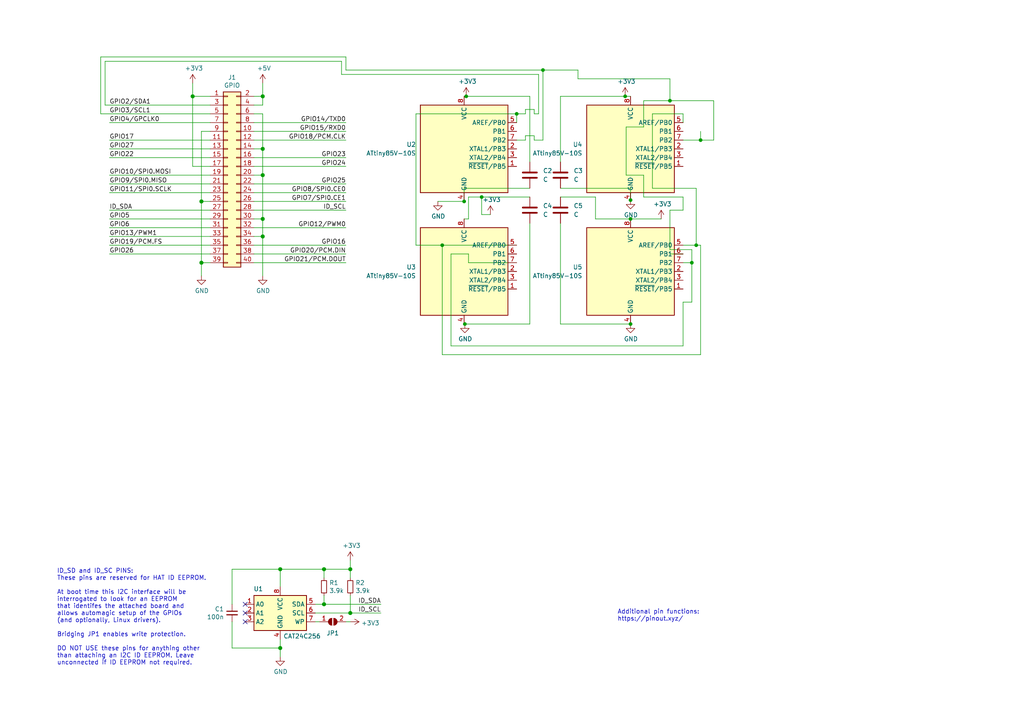
<source format=kicad_sch>
(kicad_sch
	(version 20231120)
	(generator "eeschema")
	(generator_version "8.0")
	(uuid "e63e39d7-6ac0-4ffd-8aa3-1841a4541b55")
	(paper "A4")
	(title_block
		(date "15 nov 2012")
	)
	(lib_symbols
		(symbol "Connector_Generic:Conn_02x20_Odd_Even"
			(pin_names
				(offset 1.016) hide)
			(exclude_from_sim no)
			(in_bom yes)
			(on_board yes)
			(property "Reference" "J"
				(at 1.27 25.4 0)
				(effects
					(font
						(size 1.27 1.27)
					)
				)
			)
			(property "Value" "Conn_02x20_Odd_Even"
				(at 1.27 -27.94 0)
				(effects
					(font
						(size 1.27 1.27)
					)
				)
			)
			(property "Footprint" ""
				(at 0 0 0)
				(effects
					(font
						(size 1.27 1.27)
					)
					(hide yes)
				)
			)
			(property "Datasheet" "~"
				(at 0 0 0)
				(effects
					(font
						(size 1.27 1.27)
					)
					(hide yes)
				)
			)
			(property "Description" "Generic connector, double row, 02x20, odd/even pin numbering scheme (row 1 odd numbers, row 2 even numbers), script generated (kicad-library-utils/schlib/autogen/connector/)"
				(at 0 0 0)
				(effects
					(font
						(size 1.27 1.27)
					)
					(hide yes)
				)
			)
			(property "ki_keywords" "connector"
				(at 0 0 0)
				(effects
					(font
						(size 1.27 1.27)
					)
					(hide yes)
				)
			)
			(property "ki_fp_filters" "Connector*:*_2x??_*"
				(at 0 0 0)
				(effects
					(font
						(size 1.27 1.27)
					)
					(hide yes)
				)
			)
			(symbol "Conn_02x20_Odd_Even_1_1"
				(rectangle
					(start -1.27 -25.273)
					(end 0 -25.527)
					(stroke
						(width 0.1524)
						(type default)
					)
					(fill
						(type none)
					)
				)
				(rectangle
					(start -1.27 -22.733)
					(end 0 -22.987)
					(stroke
						(width 0.1524)
						(type default)
					)
					(fill
						(type none)
					)
				)
				(rectangle
					(start -1.27 -20.193)
					(end 0 -20.447)
					(stroke
						(width 0.1524)
						(type default)
					)
					(fill
						(type none)
					)
				)
				(rectangle
					(start -1.27 -17.653)
					(end 0 -17.907)
					(stroke
						(width 0.1524)
						(type default)
					)
					(fill
						(type none)
					)
				)
				(rectangle
					(start -1.27 -15.113)
					(end 0 -15.367)
					(stroke
						(width 0.1524)
						(type default)
					)
					(fill
						(type none)
					)
				)
				(rectangle
					(start -1.27 -12.573)
					(end 0 -12.827)
					(stroke
						(width 0.1524)
						(type default)
					)
					(fill
						(type none)
					)
				)
				(rectangle
					(start -1.27 -10.033)
					(end 0 -10.287)
					(stroke
						(width 0.1524)
						(type default)
					)
					(fill
						(type none)
					)
				)
				(rectangle
					(start -1.27 -7.493)
					(end 0 -7.747)
					(stroke
						(width 0.1524)
						(type default)
					)
					(fill
						(type none)
					)
				)
				(rectangle
					(start -1.27 -4.953)
					(end 0 -5.207)
					(stroke
						(width 0.1524)
						(type default)
					)
					(fill
						(type none)
					)
				)
				(rectangle
					(start -1.27 -2.413)
					(end 0 -2.667)
					(stroke
						(width 0.1524)
						(type default)
					)
					(fill
						(type none)
					)
				)
				(rectangle
					(start -1.27 0.127)
					(end 0 -0.127)
					(stroke
						(width 0.1524)
						(type default)
					)
					(fill
						(type none)
					)
				)
				(rectangle
					(start -1.27 2.667)
					(end 0 2.413)
					(stroke
						(width 0.1524)
						(type default)
					)
					(fill
						(type none)
					)
				)
				(rectangle
					(start -1.27 5.207)
					(end 0 4.953)
					(stroke
						(width 0.1524)
						(type default)
					)
					(fill
						(type none)
					)
				)
				(rectangle
					(start -1.27 7.747)
					(end 0 7.493)
					(stroke
						(width 0.1524)
						(type default)
					)
					(fill
						(type none)
					)
				)
				(rectangle
					(start -1.27 10.287)
					(end 0 10.033)
					(stroke
						(width 0.1524)
						(type default)
					)
					(fill
						(type none)
					)
				)
				(rectangle
					(start -1.27 12.827)
					(end 0 12.573)
					(stroke
						(width 0.1524)
						(type default)
					)
					(fill
						(type none)
					)
				)
				(rectangle
					(start -1.27 15.367)
					(end 0 15.113)
					(stroke
						(width 0.1524)
						(type default)
					)
					(fill
						(type none)
					)
				)
				(rectangle
					(start -1.27 17.907)
					(end 0 17.653)
					(stroke
						(width 0.1524)
						(type default)
					)
					(fill
						(type none)
					)
				)
				(rectangle
					(start -1.27 20.447)
					(end 0 20.193)
					(stroke
						(width 0.1524)
						(type default)
					)
					(fill
						(type none)
					)
				)
				(rectangle
					(start -1.27 22.987)
					(end 0 22.733)
					(stroke
						(width 0.1524)
						(type default)
					)
					(fill
						(type none)
					)
				)
				(rectangle
					(start -1.27 24.13)
					(end 3.81 -26.67)
					(stroke
						(width 0.254)
						(type default)
					)
					(fill
						(type background)
					)
				)
				(rectangle
					(start 3.81 -25.273)
					(end 2.54 -25.527)
					(stroke
						(width 0.1524)
						(type default)
					)
					(fill
						(type none)
					)
				)
				(rectangle
					(start 3.81 -22.733)
					(end 2.54 -22.987)
					(stroke
						(width 0.1524)
						(type default)
					)
					(fill
						(type none)
					)
				)
				(rectangle
					(start 3.81 -20.193)
					(end 2.54 -20.447)
					(stroke
						(width 0.1524)
						(type default)
					)
					(fill
						(type none)
					)
				)
				(rectangle
					(start 3.81 -17.653)
					(end 2.54 -17.907)
					(stroke
						(width 0.1524)
						(type default)
					)
					(fill
						(type none)
					)
				)
				(rectangle
					(start 3.81 -15.113)
					(end 2.54 -15.367)
					(stroke
						(width 0.1524)
						(type default)
					)
					(fill
						(type none)
					)
				)
				(rectangle
					(start 3.81 -12.573)
					(end 2.54 -12.827)
					(stroke
						(width 0.1524)
						(type default)
					)
					(fill
						(type none)
					)
				)
				(rectangle
					(start 3.81 -10.033)
					(end 2.54 -10.287)
					(stroke
						(width 0.1524)
						(type default)
					)
					(fill
						(type none)
					)
				)
				(rectangle
					(start 3.81 -7.493)
					(end 2.54 -7.747)
					(stroke
						(width 0.1524)
						(type default)
					)
					(fill
						(type none)
					)
				)
				(rectangle
					(start 3.81 -4.953)
					(end 2.54 -5.207)
					(stroke
						(width 0.1524)
						(type default)
					)
					(fill
						(type none)
					)
				)
				(rectangle
					(start 3.81 -2.413)
					(end 2.54 -2.667)
					(stroke
						(width 0.1524)
						(type default)
					)
					(fill
						(type none)
					)
				)
				(rectangle
					(start 3.81 0.127)
					(end 2.54 -0.127)
					(stroke
						(width 0.1524)
						(type default)
					)
					(fill
						(type none)
					)
				)
				(rectangle
					(start 3.81 2.667)
					(end 2.54 2.413)
					(stroke
						(width 0.1524)
						(type default)
					)
					(fill
						(type none)
					)
				)
				(rectangle
					(start 3.81 5.207)
					(end 2.54 4.953)
					(stroke
						(width 0.1524)
						(type default)
					)
					(fill
						(type none)
					)
				)
				(rectangle
					(start 3.81 7.747)
					(end 2.54 7.493)
					(stroke
						(width 0.1524)
						(type default)
					)
					(fill
						(type none)
					)
				)
				(rectangle
					(start 3.81 10.287)
					(end 2.54 10.033)
					(stroke
						(width 0.1524)
						(type default)
					)
					(fill
						(type none)
					)
				)
				(rectangle
					(start 3.81 12.827)
					(end 2.54 12.573)
					(stroke
						(width 0.1524)
						(type default)
					)
					(fill
						(type none)
					)
				)
				(rectangle
					(start 3.81 15.367)
					(end 2.54 15.113)
					(stroke
						(width 0.1524)
						(type default)
					)
					(fill
						(type none)
					)
				)
				(rectangle
					(start 3.81 17.907)
					(end 2.54 17.653)
					(stroke
						(width 0.1524)
						(type default)
					)
					(fill
						(type none)
					)
				)
				(rectangle
					(start 3.81 20.447)
					(end 2.54 20.193)
					(stroke
						(width 0.1524)
						(type default)
					)
					(fill
						(type none)
					)
				)
				(rectangle
					(start 3.81 22.987)
					(end 2.54 22.733)
					(stroke
						(width 0.1524)
						(type default)
					)
					(fill
						(type none)
					)
				)
				(pin passive line
					(at -5.08 22.86 0)
					(length 3.81)
					(name "Pin_1"
						(effects
							(font
								(size 1.27 1.27)
							)
						)
					)
					(number "1"
						(effects
							(font
								(size 1.27 1.27)
							)
						)
					)
				)
				(pin passive line
					(at 7.62 12.7 180)
					(length 3.81)
					(name "Pin_10"
						(effects
							(font
								(size 1.27 1.27)
							)
						)
					)
					(number "10"
						(effects
							(font
								(size 1.27 1.27)
							)
						)
					)
				)
				(pin passive line
					(at -5.08 10.16 0)
					(length 3.81)
					(name "Pin_11"
						(effects
							(font
								(size 1.27 1.27)
							)
						)
					)
					(number "11"
						(effects
							(font
								(size 1.27 1.27)
							)
						)
					)
				)
				(pin passive line
					(at 7.62 10.16 180)
					(length 3.81)
					(name "Pin_12"
						(effects
							(font
								(size 1.27 1.27)
							)
						)
					)
					(number "12"
						(effects
							(font
								(size 1.27 1.27)
							)
						)
					)
				)
				(pin passive line
					(at -5.08 7.62 0)
					(length 3.81)
					(name "Pin_13"
						(effects
							(font
								(size 1.27 1.27)
							)
						)
					)
					(number "13"
						(effects
							(font
								(size 1.27 1.27)
							)
						)
					)
				)
				(pin passive line
					(at 7.62 7.62 180)
					(length 3.81)
					(name "Pin_14"
						(effects
							(font
								(size 1.27 1.27)
							)
						)
					)
					(number "14"
						(effects
							(font
								(size 1.27 1.27)
							)
						)
					)
				)
				(pin passive line
					(at -5.08 5.08 0)
					(length 3.81)
					(name "Pin_15"
						(effects
							(font
								(size 1.27 1.27)
							)
						)
					)
					(number "15"
						(effects
							(font
								(size 1.27 1.27)
							)
						)
					)
				)
				(pin passive line
					(at 7.62 5.08 180)
					(length 3.81)
					(name "Pin_16"
						(effects
							(font
								(size 1.27 1.27)
							)
						)
					)
					(number "16"
						(effects
							(font
								(size 1.27 1.27)
							)
						)
					)
				)
				(pin passive line
					(at -5.08 2.54 0)
					(length 3.81)
					(name "Pin_17"
						(effects
							(font
								(size 1.27 1.27)
							)
						)
					)
					(number "17"
						(effects
							(font
								(size 1.27 1.27)
							)
						)
					)
				)
				(pin passive line
					(at 7.62 2.54 180)
					(length 3.81)
					(name "Pin_18"
						(effects
							(font
								(size 1.27 1.27)
							)
						)
					)
					(number "18"
						(effects
							(font
								(size 1.27 1.27)
							)
						)
					)
				)
				(pin passive line
					(at -5.08 0 0)
					(length 3.81)
					(name "Pin_19"
						(effects
							(font
								(size 1.27 1.27)
							)
						)
					)
					(number "19"
						(effects
							(font
								(size 1.27 1.27)
							)
						)
					)
				)
				(pin passive line
					(at 7.62 22.86 180)
					(length 3.81)
					(name "Pin_2"
						(effects
							(font
								(size 1.27 1.27)
							)
						)
					)
					(number "2"
						(effects
							(font
								(size 1.27 1.27)
							)
						)
					)
				)
				(pin passive line
					(at 7.62 0 180)
					(length 3.81)
					(name "Pin_20"
						(effects
							(font
								(size 1.27 1.27)
							)
						)
					)
					(number "20"
						(effects
							(font
								(size 1.27 1.27)
							)
						)
					)
				)
				(pin passive line
					(at -5.08 -2.54 0)
					(length 3.81)
					(name "Pin_21"
						(effects
							(font
								(size 1.27 1.27)
							)
						)
					)
					(number "21"
						(effects
							(font
								(size 1.27 1.27)
							)
						)
					)
				)
				(pin passive line
					(at 7.62 -2.54 180)
					(length 3.81)
					(name "Pin_22"
						(effects
							(font
								(size 1.27 1.27)
							)
						)
					)
					(number "22"
						(effects
							(font
								(size 1.27 1.27)
							)
						)
					)
				)
				(pin passive line
					(at -5.08 -5.08 0)
					(length 3.81)
					(name "Pin_23"
						(effects
							(font
								(size 1.27 1.27)
							)
						)
					)
					(number "23"
						(effects
							(font
								(size 1.27 1.27)
							)
						)
					)
				)
				(pin passive line
					(at 7.62 -5.08 180)
					(length 3.81)
					(name "Pin_24"
						(effects
							(font
								(size 1.27 1.27)
							)
						)
					)
					(number "24"
						(effects
							(font
								(size 1.27 1.27)
							)
						)
					)
				)
				(pin passive line
					(at -5.08 -7.62 0)
					(length 3.81)
					(name "Pin_25"
						(effects
							(font
								(size 1.27 1.27)
							)
						)
					)
					(number "25"
						(effects
							(font
								(size 1.27 1.27)
							)
						)
					)
				)
				(pin passive line
					(at 7.62 -7.62 180)
					(length 3.81)
					(name "Pin_26"
						(effects
							(font
								(size 1.27 1.27)
							)
						)
					)
					(number "26"
						(effects
							(font
								(size 1.27 1.27)
							)
						)
					)
				)
				(pin passive line
					(at -5.08 -10.16 0)
					(length 3.81)
					(name "Pin_27"
						(effects
							(font
								(size 1.27 1.27)
							)
						)
					)
					(number "27"
						(effects
							(font
								(size 1.27 1.27)
							)
						)
					)
				)
				(pin passive line
					(at 7.62 -10.16 180)
					(length 3.81)
					(name "Pin_28"
						(effects
							(font
								(size 1.27 1.27)
							)
						)
					)
					(number "28"
						(effects
							(font
								(size 1.27 1.27)
							)
						)
					)
				)
				(pin passive line
					(at -5.08 -12.7 0)
					(length 3.81)
					(name "Pin_29"
						(effects
							(font
								(size 1.27 1.27)
							)
						)
					)
					(number "29"
						(effects
							(font
								(size 1.27 1.27)
							)
						)
					)
				)
				(pin passive line
					(at -5.08 20.32 0)
					(length 3.81)
					(name "Pin_3"
						(effects
							(font
								(size 1.27 1.27)
							)
						)
					)
					(number "3"
						(effects
							(font
								(size 1.27 1.27)
							)
						)
					)
				)
				(pin passive line
					(at 7.62 -12.7 180)
					(length 3.81)
					(name "Pin_30"
						(effects
							(font
								(size 1.27 1.27)
							)
						)
					)
					(number "30"
						(effects
							(font
								(size 1.27 1.27)
							)
						)
					)
				)
				(pin passive line
					(at -5.08 -15.24 0)
					(length 3.81)
					(name "Pin_31"
						(effects
							(font
								(size 1.27 1.27)
							)
						)
					)
					(number "31"
						(effects
							(font
								(size 1.27 1.27)
							)
						)
					)
				)
				(pin passive line
					(at 7.62 -15.24 180)
					(length 3.81)
					(name "Pin_32"
						(effects
							(font
								(size 1.27 1.27)
							)
						)
					)
					(number "32"
						(effects
							(font
								(size 1.27 1.27)
							)
						)
					)
				)
				(pin passive line
					(at -5.08 -17.78 0)
					(length 3.81)
					(name "Pin_33"
						(effects
							(font
								(size 1.27 1.27)
							)
						)
					)
					(number "33"
						(effects
							(font
								(size 1.27 1.27)
							)
						)
					)
				)
				(pin passive line
					(at 7.62 -17.78 180)
					(length 3.81)
					(name "Pin_34"
						(effects
							(font
								(size 1.27 1.27)
							)
						)
					)
					(number "34"
						(effects
							(font
								(size 1.27 1.27)
							)
						)
					)
				)
				(pin passive line
					(at -5.08 -20.32 0)
					(length 3.81)
					(name "Pin_35"
						(effects
							(font
								(size 1.27 1.27)
							)
						)
					)
					(number "35"
						(effects
							(font
								(size 1.27 1.27)
							)
						)
					)
				)
				(pin passive line
					(at 7.62 -20.32 180)
					(length 3.81)
					(name "Pin_36"
						(effects
							(font
								(size 1.27 1.27)
							)
						)
					)
					(number "36"
						(effects
							(font
								(size 1.27 1.27)
							)
						)
					)
				)
				(pin passive line
					(at -5.08 -22.86 0)
					(length 3.81)
					(name "Pin_37"
						(effects
							(font
								(size 1.27 1.27)
							)
						)
					)
					(number "37"
						(effects
							(font
								(size 1.27 1.27)
							)
						)
					)
				)
				(pin passive line
					(at 7.62 -22.86 180)
					(length 3.81)
					(name "Pin_38"
						(effects
							(font
								(size 1.27 1.27)
							)
						)
					)
					(number "38"
						(effects
							(font
								(size 1.27 1.27)
							)
						)
					)
				)
				(pin passive line
					(at -5.08 -25.4 0)
					(length 3.81)
					(name "Pin_39"
						(effects
							(font
								(size 1.27 1.27)
							)
						)
					)
					(number "39"
						(effects
							(font
								(size 1.27 1.27)
							)
						)
					)
				)
				(pin passive line
					(at 7.62 20.32 180)
					(length 3.81)
					(name "Pin_4"
						(effects
							(font
								(size 1.27 1.27)
							)
						)
					)
					(number "4"
						(effects
							(font
								(size 1.27 1.27)
							)
						)
					)
				)
				(pin passive line
					(at 7.62 -25.4 180)
					(length 3.81)
					(name "Pin_40"
						(effects
							(font
								(size 1.27 1.27)
							)
						)
					)
					(number "40"
						(effects
							(font
								(size 1.27 1.27)
							)
						)
					)
				)
				(pin passive line
					(at -5.08 17.78 0)
					(length 3.81)
					(name "Pin_5"
						(effects
							(font
								(size 1.27 1.27)
							)
						)
					)
					(number "5"
						(effects
							(font
								(size 1.27 1.27)
							)
						)
					)
				)
				(pin passive line
					(at 7.62 17.78 180)
					(length 3.81)
					(name "Pin_6"
						(effects
							(font
								(size 1.27 1.27)
							)
						)
					)
					(number "6"
						(effects
							(font
								(size 1.27 1.27)
							)
						)
					)
				)
				(pin passive line
					(at -5.08 15.24 0)
					(length 3.81)
					(name "Pin_7"
						(effects
							(font
								(size 1.27 1.27)
							)
						)
					)
					(number "7"
						(effects
							(font
								(size 1.27 1.27)
							)
						)
					)
				)
				(pin passive line
					(at 7.62 15.24 180)
					(length 3.81)
					(name "Pin_8"
						(effects
							(font
								(size 1.27 1.27)
							)
						)
					)
					(number "8"
						(effects
							(font
								(size 1.27 1.27)
							)
						)
					)
				)
				(pin passive line
					(at -5.08 12.7 0)
					(length 3.81)
					(name "Pin_9"
						(effects
							(font
								(size 1.27 1.27)
							)
						)
					)
					(number "9"
						(effects
							(font
								(size 1.27 1.27)
							)
						)
					)
				)
			)
		)
		(symbol "Device:C"
			(pin_numbers hide)
			(pin_names
				(offset 0.254)
			)
			(exclude_from_sim no)
			(in_bom yes)
			(on_board yes)
			(property "Reference" "C"
				(at 0.635 2.54 0)
				(effects
					(font
						(size 1.27 1.27)
					)
					(justify left)
				)
			)
			(property "Value" "C"
				(at 0.635 -2.54 0)
				(effects
					(font
						(size 1.27 1.27)
					)
					(justify left)
				)
			)
			(property "Footprint" ""
				(at 0.9652 -3.81 0)
				(effects
					(font
						(size 1.27 1.27)
					)
					(hide yes)
				)
			)
			(property "Datasheet" "~"
				(at 0 0 0)
				(effects
					(font
						(size 1.27 1.27)
					)
					(hide yes)
				)
			)
			(property "Description" "Unpolarized capacitor"
				(at 0 0 0)
				(effects
					(font
						(size 1.27 1.27)
					)
					(hide yes)
				)
			)
			(property "ki_keywords" "cap capacitor"
				(at 0 0 0)
				(effects
					(font
						(size 1.27 1.27)
					)
					(hide yes)
				)
			)
			(property "ki_fp_filters" "C_*"
				(at 0 0 0)
				(effects
					(font
						(size 1.27 1.27)
					)
					(hide yes)
				)
			)
			(symbol "C_0_1"
				(polyline
					(pts
						(xy -2.032 -0.762) (xy 2.032 -0.762)
					)
					(stroke
						(width 0.508)
						(type default)
					)
					(fill
						(type none)
					)
				)
				(polyline
					(pts
						(xy -2.032 0.762) (xy 2.032 0.762)
					)
					(stroke
						(width 0.508)
						(type default)
					)
					(fill
						(type none)
					)
				)
			)
			(symbol "C_1_1"
				(pin passive line
					(at 0 3.81 270)
					(length 2.794)
					(name "~"
						(effects
							(font
								(size 1.27 1.27)
							)
						)
					)
					(number "1"
						(effects
							(font
								(size 1.27 1.27)
							)
						)
					)
				)
				(pin passive line
					(at 0 -3.81 90)
					(length 2.794)
					(name "~"
						(effects
							(font
								(size 1.27 1.27)
							)
						)
					)
					(number "2"
						(effects
							(font
								(size 1.27 1.27)
							)
						)
					)
				)
			)
		)
		(symbol "Device:C_Small"
			(pin_numbers hide)
			(pin_names
				(offset 0.254) hide)
			(exclude_from_sim no)
			(in_bom yes)
			(on_board yes)
			(property "Reference" "C"
				(at 0.254 1.778 0)
				(effects
					(font
						(size 1.27 1.27)
					)
					(justify left)
				)
			)
			(property "Value" "C_Small"
				(at 0.254 -2.032 0)
				(effects
					(font
						(size 1.27 1.27)
					)
					(justify left)
				)
			)
			(property "Footprint" ""
				(at 0 0 0)
				(effects
					(font
						(size 1.27 1.27)
					)
					(hide yes)
				)
			)
			(property "Datasheet" "~"
				(at 0 0 0)
				(effects
					(font
						(size 1.27 1.27)
					)
					(hide yes)
				)
			)
			(property "Description" "Unpolarized capacitor, small symbol"
				(at 0 0 0)
				(effects
					(font
						(size 1.27 1.27)
					)
					(hide yes)
				)
			)
			(property "ki_keywords" "capacitor cap"
				(at 0 0 0)
				(effects
					(font
						(size 1.27 1.27)
					)
					(hide yes)
				)
			)
			(property "ki_fp_filters" "C_*"
				(at 0 0 0)
				(effects
					(font
						(size 1.27 1.27)
					)
					(hide yes)
				)
			)
			(symbol "C_Small_0_1"
				(polyline
					(pts
						(xy -1.524 -0.508) (xy 1.524 -0.508)
					)
					(stroke
						(width 0.3302)
						(type default)
					)
					(fill
						(type none)
					)
				)
				(polyline
					(pts
						(xy -1.524 0.508) (xy 1.524 0.508)
					)
					(stroke
						(width 0.3048)
						(type default)
					)
					(fill
						(type none)
					)
				)
			)
			(symbol "C_Small_1_1"
				(pin passive line
					(at 0 2.54 270)
					(length 2.032)
					(name "~"
						(effects
							(font
								(size 1.27 1.27)
							)
						)
					)
					(number "1"
						(effects
							(font
								(size 1.27 1.27)
							)
						)
					)
				)
				(pin passive line
					(at 0 -2.54 90)
					(length 2.032)
					(name "~"
						(effects
							(font
								(size 1.27 1.27)
							)
						)
					)
					(number "2"
						(effects
							(font
								(size 1.27 1.27)
							)
						)
					)
				)
			)
		)
		(symbol "Device:R_Small"
			(pin_numbers hide)
			(pin_names
				(offset 0.254) hide)
			(exclude_from_sim no)
			(in_bom yes)
			(on_board yes)
			(property "Reference" "R"
				(at 0.762 0.508 0)
				(effects
					(font
						(size 1.27 1.27)
					)
					(justify left)
				)
			)
			(property "Value" "R_Small"
				(at 0.762 -1.016 0)
				(effects
					(font
						(size 1.27 1.27)
					)
					(justify left)
				)
			)
			(property "Footprint" ""
				(at 0 0 0)
				(effects
					(font
						(size 1.27 1.27)
					)
					(hide yes)
				)
			)
			(property "Datasheet" "~"
				(at 0 0 0)
				(effects
					(font
						(size 1.27 1.27)
					)
					(hide yes)
				)
			)
			(property "Description" "Resistor, small symbol"
				(at 0 0 0)
				(effects
					(font
						(size 1.27 1.27)
					)
					(hide yes)
				)
			)
			(property "ki_keywords" "R resistor"
				(at 0 0 0)
				(effects
					(font
						(size 1.27 1.27)
					)
					(hide yes)
				)
			)
			(property "ki_fp_filters" "R_*"
				(at 0 0 0)
				(effects
					(font
						(size 1.27 1.27)
					)
					(hide yes)
				)
			)
			(symbol "R_Small_0_1"
				(rectangle
					(start -0.762 1.778)
					(end 0.762 -1.778)
					(stroke
						(width 0.2032)
						(type default)
					)
					(fill
						(type none)
					)
				)
			)
			(symbol "R_Small_1_1"
				(pin passive line
					(at 0 2.54 270)
					(length 0.762)
					(name "~"
						(effects
							(font
								(size 1.27 1.27)
							)
						)
					)
					(number "1"
						(effects
							(font
								(size 1.27 1.27)
							)
						)
					)
				)
				(pin passive line
					(at 0 -2.54 90)
					(length 0.762)
					(name "~"
						(effects
							(font
								(size 1.27 1.27)
							)
						)
					)
					(number "2"
						(effects
							(font
								(size 1.27 1.27)
							)
						)
					)
				)
			)
		)
		(symbol "Jumper:SolderJumper_2_Open"
			(pin_names
				(offset 0) hide)
			(exclude_from_sim no)
			(in_bom yes)
			(on_board yes)
			(property "Reference" "JP"
				(at 0 2.032 0)
				(effects
					(font
						(size 1.27 1.27)
					)
				)
			)
			(property "Value" "SolderJumper_2_Open"
				(at 0 -2.54 0)
				(effects
					(font
						(size 1.27 1.27)
					)
				)
			)
			(property "Footprint" ""
				(at 0 0 0)
				(effects
					(font
						(size 1.27 1.27)
					)
					(hide yes)
				)
			)
			(property "Datasheet" "~"
				(at 0 0 0)
				(effects
					(font
						(size 1.27 1.27)
					)
					(hide yes)
				)
			)
			(property "Description" "Solder Jumper, 2-pole, open"
				(at 0 0 0)
				(effects
					(font
						(size 1.27 1.27)
					)
					(hide yes)
				)
			)
			(property "ki_keywords" "solder jumper SPST"
				(at 0 0 0)
				(effects
					(font
						(size 1.27 1.27)
					)
					(hide yes)
				)
			)
			(property "ki_fp_filters" "SolderJumper*Open*"
				(at 0 0 0)
				(effects
					(font
						(size 1.27 1.27)
					)
					(hide yes)
				)
			)
			(symbol "SolderJumper_2_Open_0_1"
				(arc
					(start -0.254 1.016)
					(mid -1.2656 0)
					(end -0.254 -1.016)
					(stroke
						(width 0)
						(type default)
					)
					(fill
						(type none)
					)
				)
				(arc
					(start -0.254 1.016)
					(mid -1.2656 0)
					(end -0.254 -1.016)
					(stroke
						(width 0)
						(type default)
					)
					(fill
						(type outline)
					)
				)
				(polyline
					(pts
						(xy -0.254 1.016) (xy -0.254 -1.016)
					)
					(stroke
						(width 0)
						(type default)
					)
					(fill
						(type none)
					)
				)
				(polyline
					(pts
						(xy 0.254 1.016) (xy 0.254 -1.016)
					)
					(stroke
						(width 0)
						(type default)
					)
					(fill
						(type none)
					)
				)
				(arc
					(start 0.254 -1.016)
					(mid 1.2656 0)
					(end 0.254 1.016)
					(stroke
						(width 0)
						(type default)
					)
					(fill
						(type none)
					)
				)
				(arc
					(start 0.254 -1.016)
					(mid 1.2656 0)
					(end 0.254 1.016)
					(stroke
						(width 0)
						(type default)
					)
					(fill
						(type outline)
					)
				)
			)
			(symbol "SolderJumper_2_Open_1_1"
				(pin passive line
					(at -3.81 0 0)
					(length 2.54)
					(name "A"
						(effects
							(font
								(size 1.27 1.27)
							)
						)
					)
					(number "1"
						(effects
							(font
								(size 1.27 1.27)
							)
						)
					)
				)
				(pin passive line
					(at 3.81 0 180)
					(length 2.54)
					(name "B"
						(effects
							(font
								(size 1.27 1.27)
							)
						)
					)
					(number "2"
						(effects
							(font
								(size 1.27 1.27)
							)
						)
					)
				)
			)
		)
		(symbol "MCU_Microchip_ATtiny:ATtiny85V-10S"
			(exclude_from_sim no)
			(in_bom yes)
			(on_board yes)
			(property "Reference" "U"
				(at -12.7 13.97 0)
				(effects
					(font
						(size 1.27 1.27)
					)
					(justify left bottom)
				)
			)
			(property "Value" "ATtiny85V-10S"
				(at 2.54 -13.97 0)
				(effects
					(font
						(size 1.27 1.27)
					)
					(justify left top)
				)
			)
			(property "Footprint" "Package_SO:SOIC-8W_5.3x5.3mm_P1.27mm"
				(at 0 0 0)
				(effects
					(font
						(size 1.27 1.27)
						(italic yes)
					)
					(hide yes)
				)
			)
			(property "Datasheet" "http://ww1.microchip.com/downloads/en/DeviceDoc/atmel-2586-avr-8-bit-microcontroller-attiny25-attiny45-attiny85_datasheet.pdf"
				(at 0 0 0)
				(effects
					(font
						(size 1.27 1.27)
					)
					(hide yes)
				)
			)
			(property "Description" "10MHz, 8kB Flash, 512B SRAM, 512B EEPROM, debugWIRE, SOIC-8W"
				(at 0 0 0)
				(effects
					(font
						(size 1.27 1.27)
					)
					(hide yes)
				)
			)
			(property "ki_keywords" "AVR 8bit Microcontroller tinyAVR"
				(at 0 0 0)
				(effects
					(font
						(size 1.27 1.27)
					)
					(hide yes)
				)
			)
			(property "ki_fp_filters" "SOIC*5.3x5.3mm*P1.27mm*"
				(at 0 0 0)
				(effects
					(font
						(size 1.27 1.27)
					)
					(hide yes)
				)
			)
			(symbol "ATtiny85V-10S_0_1"
				(rectangle
					(start -12.7 -12.7)
					(end 12.7 12.7)
					(stroke
						(width 0.254)
						(type default)
					)
					(fill
						(type background)
					)
				)
			)
			(symbol "ATtiny85V-10S_1_1"
				(pin bidirectional line
					(at 15.24 -5.08 180)
					(length 2.54)
					(name "~{RESET}/PB5"
						(effects
							(font
								(size 1.27 1.27)
							)
						)
					)
					(number "1"
						(effects
							(font
								(size 1.27 1.27)
							)
						)
					)
				)
				(pin bidirectional line
					(at 15.24 0 180)
					(length 2.54)
					(name "XTAL1/PB3"
						(effects
							(font
								(size 1.27 1.27)
							)
						)
					)
					(number "2"
						(effects
							(font
								(size 1.27 1.27)
							)
						)
					)
				)
				(pin bidirectional line
					(at 15.24 -2.54 180)
					(length 2.54)
					(name "XTAL2/PB4"
						(effects
							(font
								(size 1.27 1.27)
							)
						)
					)
					(number "3"
						(effects
							(font
								(size 1.27 1.27)
							)
						)
					)
				)
				(pin power_in line
					(at 0 -15.24 90)
					(length 2.54)
					(name "GND"
						(effects
							(font
								(size 1.27 1.27)
							)
						)
					)
					(number "4"
						(effects
							(font
								(size 1.27 1.27)
							)
						)
					)
				)
				(pin bidirectional line
					(at 15.24 7.62 180)
					(length 2.54)
					(name "AREF/PB0"
						(effects
							(font
								(size 1.27 1.27)
							)
						)
					)
					(number "5"
						(effects
							(font
								(size 1.27 1.27)
							)
						)
					)
				)
				(pin bidirectional line
					(at 15.24 5.08 180)
					(length 2.54)
					(name "PB1"
						(effects
							(font
								(size 1.27 1.27)
							)
						)
					)
					(number "6"
						(effects
							(font
								(size 1.27 1.27)
							)
						)
					)
				)
				(pin bidirectional line
					(at 15.24 2.54 180)
					(length 2.54)
					(name "PB2"
						(effects
							(font
								(size 1.27 1.27)
							)
						)
					)
					(number "7"
						(effects
							(font
								(size 1.27 1.27)
							)
						)
					)
				)
				(pin power_in line
					(at 0 15.24 270)
					(length 2.54)
					(name "VCC"
						(effects
							(font
								(size 1.27 1.27)
							)
						)
					)
					(number "8"
						(effects
							(font
								(size 1.27 1.27)
							)
						)
					)
				)
			)
		)
		(symbol "Memory_EEPROM:CAT24C256"
			(exclude_from_sim no)
			(in_bom yes)
			(on_board yes)
			(property "Reference" "U"
				(at -6.35 6.35 0)
				(effects
					(font
						(size 1.27 1.27)
					)
				)
			)
			(property "Value" "CAT24C256"
				(at 1.27 6.35 0)
				(effects
					(font
						(size 1.27 1.27)
					)
					(justify left)
				)
			)
			(property "Footprint" ""
				(at 0 0 0)
				(effects
					(font
						(size 1.27 1.27)
					)
					(hide yes)
				)
			)
			(property "Datasheet" "https://www.onsemi.cn/PowerSolutions/document/CAT24C256-D.PDF"
				(at 0 0 0)
				(effects
					(font
						(size 1.27 1.27)
					)
					(hide yes)
				)
			)
			(property "Description" "256 kb CMOS Serial EEPROM, DIP-8/SOIC-8/TSSOP-8/DFN-8"
				(at 0 0 0)
				(effects
					(font
						(size 1.27 1.27)
					)
					(hide yes)
				)
			)
			(property "ki_keywords" "I2C EEPROM Serial 256kb"
				(at 0 0 0)
				(effects
					(font
						(size 1.27 1.27)
					)
					(hide yes)
				)
			)
			(property "ki_fp_filters" "DIP*W7.62mm* SOIC*3.9x4.9mm* TSSOP*4.4x3mm*P0.65mm* DFN*3x2mm*P0.5mm*"
				(at 0 0 0)
				(effects
					(font
						(size 1.27 1.27)
					)
					(hide yes)
				)
			)
			(symbol "CAT24C256_1_1"
				(rectangle
					(start -7.62 5.08)
					(end 7.62 -5.08)
					(stroke
						(width 0.254)
						(type default)
					)
					(fill
						(type background)
					)
				)
				(pin input line
					(at -10.16 2.54 0)
					(length 2.54)
					(name "A0"
						(effects
							(font
								(size 1.27 1.27)
							)
						)
					)
					(number "1"
						(effects
							(font
								(size 1.27 1.27)
							)
						)
					)
				)
				(pin input line
					(at -10.16 0 0)
					(length 2.54)
					(name "A1"
						(effects
							(font
								(size 1.27 1.27)
							)
						)
					)
					(number "2"
						(effects
							(font
								(size 1.27 1.27)
							)
						)
					)
				)
				(pin input line
					(at -10.16 -2.54 0)
					(length 2.54)
					(name "A2"
						(effects
							(font
								(size 1.27 1.27)
							)
						)
					)
					(number "3"
						(effects
							(font
								(size 1.27 1.27)
							)
						)
					)
				)
				(pin power_in line
					(at 0 -7.62 90)
					(length 2.54)
					(name "GND"
						(effects
							(font
								(size 1.27 1.27)
							)
						)
					)
					(number "4"
						(effects
							(font
								(size 1.27 1.27)
							)
						)
					)
				)
				(pin bidirectional line
					(at 10.16 2.54 180)
					(length 2.54)
					(name "SDA"
						(effects
							(font
								(size 1.27 1.27)
							)
						)
					)
					(number "5"
						(effects
							(font
								(size 1.27 1.27)
							)
						)
					)
				)
				(pin input line
					(at 10.16 0 180)
					(length 2.54)
					(name "SCL"
						(effects
							(font
								(size 1.27 1.27)
							)
						)
					)
					(number "6"
						(effects
							(font
								(size 1.27 1.27)
							)
						)
					)
				)
				(pin input line
					(at 10.16 -2.54 180)
					(length 2.54)
					(name "WP"
						(effects
							(font
								(size 1.27 1.27)
							)
						)
					)
					(number "7"
						(effects
							(font
								(size 1.27 1.27)
							)
						)
					)
				)
				(pin power_in line
					(at 0 7.62 270)
					(length 2.54)
					(name "VCC"
						(effects
							(font
								(size 1.27 1.27)
							)
						)
					)
					(number "8"
						(effects
							(font
								(size 1.27 1.27)
							)
						)
					)
				)
			)
		)
		(symbol "power:+3.3V"
			(power)
			(pin_names
				(offset 0)
			)
			(exclude_from_sim no)
			(in_bom yes)
			(on_board yes)
			(property "Reference" "#PWR"
				(at 0 -3.81 0)
				(effects
					(font
						(size 1.27 1.27)
					)
					(hide yes)
				)
			)
			(property "Value" "+3.3V"
				(at 0 3.556 0)
				(effects
					(font
						(size 1.27 1.27)
					)
				)
			)
			(property "Footprint" ""
				(at 0 0 0)
				(effects
					(font
						(size 1.27 1.27)
					)
					(hide yes)
				)
			)
			(property "Datasheet" ""
				(at 0 0 0)
				(effects
					(font
						(size 1.27 1.27)
					)
					(hide yes)
				)
			)
			(property "Description" "Power symbol creates a global label with name \"+3.3V\""
				(at 0 0 0)
				(effects
					(font
						(size 1.27 1.27)
					)
					(hide yes)
				)
			)
			(property "ki_keywords" "power-flag"
				(at 0 0 0)
				(effects
					(font
						(size 1.27 1.27)
					)
					(hide yes)
				)
			)
			(symbol "+3.3V_0_1"
				(polyline
					(pts
						(xy -0.762 1.27) (xy 0 2.54)
					)
					(stroke
						(width 0)
						(type default)
					)
					(fill
						(type none)
					)
				)
				(polyline
					(pts
						(xy 0 0) (xy 0 2.54)
					)
					(stroke
						(width 0)
						(type default)
					)
					(fill
						(type none)
					)
				)
				(polyline
					(pts
						(xy 0 2.54) (xy 0.762 1.27)
					)
					(stroke
						(width 0)
						(type default)
					)
					(fill
						(type none)
					)
				)
			)
			(symbol "+3.3V_1_1"
				(pin power_in line
					(at 0 0 90)
					(length 0) hide
					(name "+3V3"
						(effects
							(font
								(size 1.27 1.27)
							)
						)
					)
					(number "1"
						(effects
							(font
								(size 1.27 1.27)
							)
						)
					)
				)
			)
		)
		(symbol "power:+5V"
			(power)
			(pin_names
				(offset 0)
			)
			(exclude_from_sim no)
			(in_bom yes)
			(on_board yes)
			(property "Reference" "#PWR"
				(at 0 -3.81 0)
				(effects
					(font
						(size 1.27 1.27)
					)
					(hide yes)
				)
			)
			(property "Value" "+5V"
				(at 0 3.556 0)
				(effects
					(font
						(size 1.27 1.27)
					)
				)
			)
			(property "Footprint" ""
				(at 0 0 0)
				(effects
					(font
						(size 1.27 1.27)
					)
					(hide yes)
				)
			)
			(property "Datasheet" ""
				(at 0 0 0)
				(effects
					(font
						(size 1.27 1.27)
					)
					(hide yes)
				)
			)
			(property "Description" "Power symbol creates a global label with name \"+5V\""
				(at 0 0 0)
				(effects
					(font
						(size 1.27 1.27)
					)
					(hide yes)
				)
			)
			(property "ki_keywords" "power-flag"
				(at 0 0 0)
				(effects
					(font
						(size 1.27 1.27)
					)
					(hide yes)
				)
			)
			(symbol "+5V_0_1"
				(polyline
					(pts
						(xy -0.762 1.27) (xy 0 2.54)
					)
					(stroke
						(width 0)
						(type default)
					)
					(fill
						(type none)
					)
				)
				(polyline
					(pts
						(xy 0 0) (xy 0 2.54)
					)
					(stroke
						(width 0)
						(type default)
					)
					(fill
						(type none)
					)
				)
				(polyline
					(pts
						(xy 0 2.54) (xy 0.762 1.27)
					)
					(stroke
						(width 0)
						(type default)
					)
					(fill
						(type none)
					)
				)
			)
			(symbol "+5V_1_1"
				(pin power_in line
					(at 0 0 90)
					(length 0) hide
					(name "+5V"
						(effects
							(font
								(size 1.27 1.27)
							)
						)
					)
					(number "1"
						(effects
							(font
								(size 1.27 1.27)
							)
						)
					)
				)
			)
		)
		(symbol "power:GND"
			(power)
			(pin_names
				(offset 0)
			)
			(exclude_from_sim no)
			(in_bom yes)
			(on_board yes)
			(property "Reference" "#PWR"
				(at 0 -6.35 0)
				(effects
					(font
						(size 1.27 1.27)
					)
					(hide yes)
				)
			)
			(property "Value" "GND"
				(at 0 -3.81 0)
				(effects
					(font
						(size 1.27 1.27)
					)
				)
			)
			(property "Footprint" ""
				(at 0 0 0)
				(effects
					(font
						(size 1.27 1.27)
					)
					(hide yes)
				)
			)
			(property "Datasheet" ""
				(at 0 0 0)
				(effects
					(font
						(size 1.27 1.27)
					)
					(hide yes)
				)
			)
			(property "Description" "Power symbol creates a global label with name \"GND\" , ground"
				(at 0 0 0)
				(effects
					(font
						(size 1.27 1.27)
					)
					(hide yes)
				)
			)
			(property "ki_keywords" "power-flag"
				(at 0 0 0)
				(effects
					(font
						(size 1.27 1.27)
					)
					(hide yes)
				)
			)
			(symbol "GND_0_1"
				(polyline
					(pts
						(xy 0 0) (xy 0 -1.27) (xy 1.27 -1.27) (xy 0 -2.54) (xy -1.27 -1.27) (xy 0 -1.27)
					)
					(stroke
						(width 0)
						(type default)
					)
					(fill
						(type none)
					)
				)
			)
			(symbol "GND_1_1"
				(pin power_in line
					(at 0 0 270)
					(length 0) hide
					(name "GND"
						(effects
							(font
								(size 1.27 1.27)
							)
						)
					)
					(number "1"
						(effects
							(font
								(size 1.27 1.27)
							)
						)
					)
				)
			)
		)
	)
	(junction
		(at 93.98 175.26)
		(diameter 1.016)
		(color 0 0 0 0)
		(uuid "0b21a65d-d20b-411e-920a-75c343ac5136")
	)
	(junction
		(at 182.88 58.0332)
		(diameter 0)
		(color 0 0 0 0)
		(uuid "0c52c3cf-92d7-485a-9bce-6a0bafdd991b")
	)
	(junction
		(at 76.2 27.94)
		(diameter 1.016)
		(color 0 0 0 0)
		(uuid "0eaa98f0-9565-4637-ace3-42a5231b07f7")
	)
	(junction
		(at 81.28 187.96)
		(diameter 1.016)
		(color 0 0 0 0)
		(uuid "0f22151c-f260-4674-b486-4710a2c42a55")
	)
	(junction
		(at 76.2 43.18)
		(diameter 1.016)
		(color 0 0 0 0)
		(uuid "181abe7a-f941-42b6-bd46-aaa3131f90fb")
	)
	(junction
		(at 81.28 165.1)
		(diameter 1.016)
		(color 0 0 0 0)
		(uuid "1831fb37-1c5d-42c4-b898-151be6fca9dc")
	)
	(junction
		(at 157.48 20.32)
		(diameter 0)
		(color 0 0 0 0)
		(uuid "1ea4bc99-417a-4db9-aee4-902d1bc2ed8a")
	)
	(junction
		(at 139.7 57.15)
		(diameter 0)
		(color 0 0 0 0)
		(uuid "320b495f-6edf-40dd-90e0-aa46e348e61f")
	)
	(junction
		(at 200.66 76.2)
		(diameter 0)
		(color 0 0 0 0)
		(uuid "338add02-5dfe-4f3e-8401-73998186ab34")
	)
	(junction
		(at 101.6 165.1)
		(diameter 1.016)
		(color 0 0 0 0)
		(uuid "3cd1bda0-18db-417d-b581-a0c50623df68")
	)
	(junction
		(at 134.62 58.42)
		(diameter 0)
		(color 0 0 0 0)
		(uuid "4a80ba85-acca-4b7d-916c-2eec4026eba7")
	)
	(junction
		(at 149.86 33.02)
		(diameter 0)
		(color 0 0 0 0)
		(uuid "53de9596-e47a-4173-a203-4cf6954770cf")
	)
	(junction
		(at 194.31 29.21)
		(diameter 0)
		(color 0 0 0 0)
		(uuid "68b7049b-2631-4d9f-a182-785f9dab2789")
	)
	(junction
		(at 58.42 76.2)
		(diameter 1.016)
		(color 0 0 0 0)
		(uuid "704d6d51-bb34-4cbf-83d8-841e208048d8")
	)
	(junction
		(at 58.42 58.42)
		(diameter 1.016)
		(color 0 0 0 0)
		(uuid "8174b4de-74b1-48db-ab8e-c8432251095b")
	)
	(junction
		(at 76.2 68.58)
		(diameter 1.016)
		(color 0 0 0 0)
		(uuid "9340c285-5767-42d5-8b6d-63fe2a40ddf3")
	)
	(junction
		(at 181.3213 27.94)
		(diameter 0)
		(color 0 0 0 0)
		(uuid "9aa3f7a6-20db-4583-84ae-ef01a95beb23")
	)
	(junction
		(at 128.27 71.12)
		(diameter 0)
		(color 0 0 0 0)
		(uuid "a4ae7fc8-3a89-47f6-9723-81c7d0499c21")
	)
	(junction
		(at 201.93 71.12)
		(diameter 0)
		(color 0 0 0 0)
		(uuid "af78c195-600d-4a39-8844-702735e68ee6")
	)
	(junction
		(at 182.88 63.5)
		(diameter 0)
		(color 0 0 0 0)
		(uuid "b9e52b20-a0b7-484a-8933-cfd580fa9db1")
	)
	(junction
		(at 182.88 93.98)
		(diameter 0)
		(color 0 0 0 0)
		(uuid "bac15732-b162-4f9d-98f2-40e5077c1c22")
	)
	(junction
		(at 203.2 40.64)
		(diameter 0)
		(color 0 0 0 0)
		(uuid "c10bb188-e818-40b2-bac1-f421df03aa22")
	)
	(junction
		(at 76.2 63.5)
		(diameter 1.016)
		(color 0 0 0 0)
		(uuid "c41b3c8b-634e-435a-b582-96b83bbd4032")
	)
	(junction
		(at 76.2 50.8)
		(diameter 1.016)
		(color 0 0 0 0)
		(uuid "ce83728b-bebd-48c2-8734-b6a50d837931")
	)
	(junction
		(at 134.8272 93.98)
		(diameter 0)
		(color 0 0 0 0)
		(uuid "d37d9acd-adc4-4859-a443-7bbddad59575")
	)
	(junction
		(at 135.217 27.94)
		(diameter 0)
		(color 0 0 0 0)
		(uuid "d550d1e2-e3a9-4c78-9d5d-8952020b7524")
	)
	(junction
		(at 101.6 177.8)
		(diameter 1.016)
		(color 0 0 0 0)
		(uuid "d57dcfee-5058-4fc2-a68b-05f9a48f685b")
	)
	(junction
		(at 55.88 27.94)
		(diameter 1.016)
		(color 0 0 0 0)
		(uuid "fd470e95-4861-44fe-b1e4-6d8a7c66e144")
	)
	(junction
		(at 93.98 165.1)
		(diameter 1.016)
		(color 0 0 0 0)
		(uuid "fe8d9267-7834-48d6-a191-c8724b2ee78d")
	)
	(no_connect
		(at 71.12 175.26)
		(uuid "00f1806c-4158-494e-882b-c5ac9b7a930a")
	)
	(no_connect
		(at 71.12 177.8)
		(uuid "00f1806c-4158-494e-882b-c5ac9b7a930b")
	)
	(no_connect
		(at 71.12 180.34)
		(uuid "00f1806c-4158-494e-882b-c5ac9b7a930c")
	)
	(wire
		(pts
			(xy 58.42 58.42) (xy 58.42 76.2)
		)
		(stroke
			(width 0)
			(type solid)
		)
		(uuid "015c5535-b3ef-4c28-99b9-4f3baef056f3")
	)
	(wire
		(pts
			(xy 130.81 73.66) (xy 130.81 100.33)
		)
		(stroke
			(width 0)
			(type default)
		)
		(uuid "018f1ba5-3262-4087-955a-83795f347b41")
	)
	(wire
		(pts
			(xy 73.66 58.42) (xy 100.33 58.42)
		)
		(stroke
			(width 0)
			(type solid)
		)
		(uuid "01e536fb-12ab-43ce-a95e-82675e37d4b7")
	)
	(wire
		(pts
			(xy 156.21 33.02) (xy 156.21 21.59)
		)
		(stroke
			(width 0)
			(type default)
		)
		(uuid "04f84c6d-881c-45a2-91c8-b8337225a85f")
	)
	(wire
		(pts
			(xy 60.96 40.64) (xy 31.75 40.64)
		)
		(stroke
			(width 0)
			(type solid)
		)
		(uuid "0694ca26-7b8c-4c30-bae9-3b74fab1e60a")
	)
	(wire
		(pts
			(xy 81.28 165.1) (xy 93.98 165.1)
		)
		(stroke
			(width 0)
			(type solid)
		)
		(uuid "070d8c6a-2ebf-42c1-8318-37fabbee6ffa")
	)
	(wire
		(pts
			(xy 101.6 165.1) (xy 93.98 165.1)
		)
		(stroke
			(width 0)
			(type solid)
		)
		(uuid "070d8c6a-2ebf-42c1-8318-37fabbee6ffb")
	)
	(wire
		(pts
			(xy 101.6 167.64) (xy 101.6 165.1)
		)
		(stroke
			(width 0)
			(type solid)
		)
		(uuid "070d8c6a-2ebf-42c1-8318-37fabbee6ffc")
	)
	(wire
		(pts
			(xy 76.2 33.02) (xy 76.2 43.18)
		)
		(stroke
			(width 0)
			(type solid)
		)
		(uuid "0d143423-c9d6-49e3-8b7d-f1137d1a3509")
	)
	(wire
		(pts
			(xy 128.27 71.12) (xy 128.27 102.87)
		)
		(stroke
			(width 0)
			(type default)
		)
		(uuid "0d95a08b-b33a-449e-92ae-745c7e3b6c18")
	)
	(wire
		(pts
			(xy 134.62 63.5) (xy 135.89 63.5)
		)
		(stroke
			(width 0)
			(type default)
		)
		(uuid "0e146fc1-63dd-4d66-b029-d45ae6f3dd0d")
	)
	(wire
		(pts
			(xy 76.2 50.8) (xy 73.66 50.8)
		)
		(stroke
			(width 0)
			(type solid)
		)
		(uuid "0ee91a98-576f-43c1-89f6-61acc2cb1f13")
	)
	(wire
		(pts
			(xy 162.56 93.98) (xy 182.88 93.98)
		)
		(stroke
			(width 0)
			(type default)
		)
		(uuid "11546fe0-55d9-4547-84b6-9121943942d1")
	)
	(wire
		(pts
			(xy 29.21 33.02) (xy 60.96 33.02)
		)
		(stroke
			(width 0)
			(type default)
		)
		(uuid "128fd263-b899-423c-b0a7-1f8ddc040339")
	)
	(wire
		(pts
			(xy 167.64 22.86) (xy 167.64 20.32)
		)
		(stroke
			(width 0)
			(type default)
		)
		(uuid "144b004b-eb5e-4a21-8448-0adc1408fd32")
	)
	(wire
		(pts
			(xy 76.2 63.5) (xy 76.2 68.58)
		)
		(stroke
			(width 0)
			(type solid)
		)
		(uuid "164f1958-8ee6-4c3d-9df0-03613712fa6f")
	)
	(wire
		(pts
			(xy 162.56 54.61) (xy 182.88 54.61)
		)
		(stroke
			(width 0)
			(type default)
		)
		(uuid "21237887-93a5-4e89-9eab-06525542f36d")
	)
	(wire
		(pts
			(xy 76.2 50.8) (xy 76.2 63.5)
		)
		(stroke
			(width 0)
			(type solid)
		)
		(uuid "252c2642-5979-4a84-8d39-11da2e3821fe")
	)
	(wire
		(pts
			(xy 154.94 40.64) (xy 157.48 40.64)
		)
		(stroke
			(width 0)
			(type default)
		)
		(uuid "2550c7a3-6966-4e2c-b835-ea6d6cc6f4df")
	)
	(wire
		(pts
			(xy 162.56 27.94) (xy 181.3213 27.94)
		)
		(stroke
			(width 0)
			(type default)
		)
		(uuid "2565d10a-2ccc-4f44-bdc4-9205120227b4")
	)
	(wire
		(pts
			(xy 73.66 35.56) (xy 100.33 35.56)
		)
		(stroke
			(width 0)
			(type solid)
		)
		(uuid "2710a316-ad7d-4403-afc1-1df73ba69697")
	)
	(wire
		(pts
			(xy 198.12 73.66) (xy 194.31 73.66)
		)
		(stroke
			(width 0)
			(type default)
		)
		(uuid "285e729e-3682-478c-a645-791d7e79eb4e")
	)
	(wire
		(pts
			(xy 154.94 33.02) (xy 156.21 33.02)
		)
		(stroke
			(width 0)
			(type default)
		)
		(uuid "29403059-f1fd-4316-a092-bb111dc50f20")
	)
	(wire
		(pts
			(xy 58.42 38.1) (xy 58.42 58.42)
		)
		(stroke
			(width 0)
			(type solid)
		)
		(uuid "29651976-85fe-45df-9d6a-4d640774cbbc")
	)
	(wire
		(pts
			(xy 91.44 175.26) (xy 93.98 175.26)
		)
		(stroke
			(width 0)
			(type solid)
		)
		(uuid "2b5ed9dc-9932-4186-b4a5-acc313524916")
	)
	(wire
		(pts
			(xy 93.98 175.26) (xy 110.49 175.26)
		)
		(stroke
			(width 0)
			(type solid)
		)
		(uuid "2b5ed9dc-9932-4186-b4a5-acc313524917")
	)
	(wire
		(pts
			(xy 134.62 54.61) (xy 134.62 58.42)
		)
		(stroke
			(width 0)
			(type default)
		)
		(uuid "2b9f7616-cd7f-486c-b971-5fae2e99eae5")
	)
	(wire
		(pts
			(xy 152.4 39.37) (xy 154.94 39.37)
		)
		(stroke
			(width 0)
			(type default)
		)
		(uuid "2d04c6a1-f5e7-4502-ac0b-0830715573bf")
	)
	(wire
		(pts
			(xy 186.69 29.21) (xy 194.31 29.21)
		)
		(stroke
			(width 0)
			(type default)
		)
		(uuid "2e090eb4-1b93-487b-b965-57611d1dbba6")
	)
	(wire
		(pts
			(xy 135.89 76.2) (xy 149.86 76.2)
		)
		(stroke
			(width 0)
			(type default)
		)
		(uuid "2e3e6eef-d74a-40f6-8dd1-037c30c50f80")
	)
	(wire
		(pts
			(xy 130.81 100.33) (xy 198.12 100.33)
		)
		(stroke
			(width 0)
			(type default)
		)
		(uuid "32617431-39a7-444f-921a-37707cf67e21")
	)
	(wire
		(pts
			(xy 134.8272 93.98) (xy 134.62 93.98)
		)
		(stroke
			(width 0)
			(type default)
		)
		(uuid "33456082-7649-4a59-ae1f-fdae87c71888")
	)
	(wire
		(pts
			(xy 186.69 36.83) (xy 186.69 29.21)
		)
		(stroke
			(width 0)
			(type default)
		)
		(uuid "33465f9c-8295-408e-9bda-c78d1fc174ff")
	)
	(wire
		(pts
			(xy 58.42 38.1) (xy 60.96 38.1)
		)
		(stroke
			(width 0)
			(type solid)
		)
		(uuid "335bbf29-f5b7-4e5a-993a-a34ce5ab5756")
	)
	(wire
		(pts
			(xy 91.44 180.34) (xy 92.71 180.34)
		)
		(stroke
			(width 0)
			(type solid)
		)
		(uuid "339c1cb3-13cc-4af2-b40d-8433a6750a0e")
	)
	(wire
		(pts
			(xy 100.33 180.34) (xy 101.6 180.34)
		)
		(stroke
			(width 0)
			(type solid)
		)
		(uuid "339c1cb3-13cc-4af2-b40d-8433a6750a0f")
	)
	(wire
		(pts
			(xy 194.31 72.39) (xy 194.31 60.96)
		)
		(stroke
			(width 0)
			(type default)
		)
		(uuid "339c30cb-75d2-4aba-ae9a-2637e033db2d")
	)
	(wire
		(pts
			(xy 73.66 55.88) (xy 100.33 55.88)
		)
		(stroke
			(width 0)
			(type solid)
		)
		(uuid "3522f983-faf4-44f4-900c-086a3d364c60")
	)
	(wire
		(pts
			(xy 100.33 16.51) (xy 29.21 16.51)
		)
		(stroke
			(width 0)
			(type default)
		)
		(uuid "36a5ac87-69de-4688-9517-9aafc28732b3")
	)
	(wire
		(pts
			(xy 60.96 60.96) (xy 31.75 60.96)
		)
		(stroke
			(width 0)
			(type solid)
		)
		(uuid "37ae508e-6121-46a7-8162-5c727675dd10")
	)
	(wire
		(pts
			(xy 201.93 71.12) (xy 201.93 54.61)
		)
		(stroke
			(width 0)
			(type default)
		)
		(uuid "39ccbf3b-a34b-4647-97b3-b107c915506e")
	)
	(wire
		(pts
			(xy 152.4 40.64) (xy 152.4 39.37)
		)
		(stroke
			(width 0)
			(type default)
		)
		(uuid "3add7918-5762-4dc6-b240-a198faa34823")
	)
	(wire
		(pts
			(xy 31.75 63.5) (xy 60.96 63.5)
		)
		(stroke
			(width 0)
			(type solid)
		)
		(uuid "3b2261b8-cc6a-4f24-9a9d-8411b13f362c")
	)
	(wire
		(pts
			(xy 198.12 57.15) (xy 186.69 57.15)
		)
		(stroke
			(width 0)
			(type default)
		)
		(uuid "3d66f83f-5fcd-4cbd-9488-732168e46bb4")
	)
	(wire
		(pts
			(xy 100.33 20.32) (xy 100.33 16.51)
		)
		(stroke
			(width 0)
			(type default)
		)
		(uuid "408275a7-7a0d-4e47-bb77-539c554b87ef")
	)
	(wire
		(pts
			(xy 203.2 38.1) (xy 203.2 40.64)
		)
		(stroke
			(width 0)
			(type default)
		)
		(uuid "409aba3e-aad0-4056-9b5e-5f4f40609109")
	)
	(wire
		(pts
			(xy 189.23 54.61) (xy 189.23 33.02)
		)
		(stroke
			(width 0)
			(type default)
		)
		(uuid "410c90bc-dbdf-4210-975f-e1a37a4a3462")
	)
	(wire
		(pts
			(xy 130.81 73.66) (xy 135.89 73.66)
		)
		(stroke
			(width 0)
			(type default)
		)
		(uuid "45cd082d-d197-40b4-99ed-c4e1d85f9f03")
	)
	(wire
		(pts
			(xy 128.27 71.12) (xy 149.86 71.12)
		)
		(stroke
			(width 0)
			(type default)
		)
		(uuid "461d2fef-d826-4413-b62b-95cd49016d8b")
	)
	(wire
		(pts
			(xy 58.42 58.42) (xy 60.96 58.42)
		)
		(stroke
			(width 0)
			(type solid)
		)
		(uuid "46f8757d-31ce-45ba-9242-48e76c9438b1")
	)
	(wire
		(pts
			(xy 101.6 162.56) (xy 101.6 165.1)
		)
		(stroke
			(width 0)
			(type solid)
		)
		(uuid "471e5a22-03a8-48a4-9d0f-23177f21743e")
	)
	(wire
		(pts
			(xy 152.4 31.75) (xy 154.94 31.75)
		)
		(stroke
			(width 0)
			(type default)
		)
		(uuid "4b1306f8-7d33-40ca-a2a4-55146a7aa0a2")
	)
	(wire
		(pts
			(xy 73.66 45.72) (xy 100.33 45.72)
		)
		(stroke
			(width 0)
			(type solid)
		)
		(uuid "4c544204-3530-479b-b097-35aa046ba896")
	)
	(wire
		(pts
			(xy 81.28 165.1) (xy 81.28 170.18)
		)
		(stroke
			(width 0)
			(type solid)
		)
		(uuid "4caa0f28-ce0b-471d-b577-0039388b4c45")
	)
	(wire
		(pts
			(xy 73.66 76.2) (xy 100.33 76.2)
		)
		(stroke
			(width 0)
			(type solid)
		)
		(uuid "55a29370-8495-4737-906c-8b505e228668")
	)
	(wire
		(pts
			(xy 58.42 76.2) (xy 58.42 80.01)
		)
		(stroke
			(width 0)
			(type solid)
		)
		(uuid "55b53b1d-809a-4a85-8714-920d35727332")
	)
	(wire
		(pts
			(xy 31.75 43.18) (xy 60.96 43.18)
		)
		(stroke
			(width 0)
			(type solid)
		)
		(uuid "55d9c53c-6409-4360-8797-b4f7b28c4137")
	)
	(wire
		(pts
			(xy 101.6 172.72) (xy 101.6 177.8)
		)
		(stroke
			(width 0)
			(type solid)
		)
		(uuid "55f6e653-5566-4dc1-9254-245bc71d20bc")
	)
	(wire
		(pts
			(xy 149.86 33.02) (xy 152.4 33.02)
		)
		(stroke
			(width 0)
			(type default)
		)
		(uuid "567a74e6-8013-4d48-a7b7-85b596bc4dac")
	)
	(wire
		(pts
			(xy 120.65 33.02) (xy 120.65 71.12)
		)
		(stroke
			(width 0)
			(type default)
		)
		(uuid "56e2ec69-69a3-4a3e-8b81-e9ba65cac86b")
	)
	(wire
		(pts
			(xy 55.88 24.13) (xy 55.88 27.94)
		)
		(stroke
			(width 0)
			(type solid)
		)
		(uuid "57c01d09-da37-45de-b174-3ad4f982af7b")
	)
	(wire
		(pts
			(xy 200.66 76.2) (xy 200.66 87.63)
		)
		(stroke
			(width 0)
			(type default)
		)
		(uuid "58d48e4d-d791-42ab-a5a7-a2120dbbb937")
	)
	(wire
		(pts
			(xy 128.27 102.87) (xy 203.2 102.87)
		)
		(stroke
			(width 0)
			(type default)
		)
		(uuid "5c903cef-6cd5-4989-a8fd-bcc6f7c6c336")
	)
	(wire
		(pts
			(xy 76.2 68.58) (xy 73.66 68.58)
		)
		(stroke
			(width 0)
			(type solid)
		)
		(uuid "62f43b49-7566-4f4c-b16f-9b95531f6d28")
	)
	(wire
		(pts
			(xy 149.86 35.56) (xy 149.86 33.02)
		)
		(stroke
			(width 0)
			(type default)
		)
		(uuid "646c7709-082d-4829-b8a8-432f63e6fcc2")
	)
	(wire
		(pts
			(xy 30.48 17.78) (xy 30.48 30.48)
		)
		(stroke
			(width 0)
			(type default)
		)
		(uuid "65ef271a-9627-4dde-9ab8-52b7868e0f8b")
	)
	(wire
		(pts
			(xy 194.31 60.96) (xy 198.12 60.96)
		)
		(stroke
			(width 0)
			(type default)
		)
		(uuid "66f40dbb-405f-4857-bad9-42c5046999a7")
	)
	(wire
		(pts
			(xy 134.62 27.94) (xy 135.217 27.94)
		)
		(stroke
			(width 0)
			(type default)
		)
		(uuid "6862532e-71d2-4424-b972-96532e9874fe")
	)
	(wire
		(pts
			(xy 139.7 62.23) (xy 139.7 57.15)
		)
		(stroke
			(width 0)
			(type default)
		)
		(uuid "6c1b8c80-373b-4fec-bd5d-f4de0f84bc45")
	)
	(wire
		(pts
			(xy 31.75 55.88) (xy 60.96 55.88)
		)
		(stroke
			(width 0)
			(type solid)
		)
		(uuid "6c897b01-6835-4bf3-885d-4b22704f8f6e")
	)
	(wire
		(pts
			(xy 200.66 72.39) (xy 194.31 72.39)
		)
		(stroke
			(width 0)
			(type default)
		)
		(uuid "6e26a7e4-dad9-48f0-ac08-137bd2da3b06")
	)
	(wire
		(pts
			(xy 153.67 46.99) (xy 153.67 27.94)
		)
		(stroke
			(width 0)
			(type default)
		)
		(uuid "6ef34e92-03f1-4921-a8b5-7816132e86a9")
	)
	(wire
		(pts
			(xy 167.64 20.32) (xy 157.48 20.32)
		)
		(stroke
			(width 0)
			(type default)
		)
		(uuid "6f256603-4bf9-4efd-82de-f75da44d4015")
	)
	(wire
		(pts
			(xy 55.88 48.26) (xy 60.96 48.26)
		)
		(stroke
			(width 0)
			(type solid)
		)
		(uuid "707b993a-397a-40ee-bc4e-978ea0af003d")
	)
	(wire
		(pts
			(xy 139.7 57.15) (xy 135.89 57.15)
		)
		(stroke
			(width 0)
			(type default)
		)
		(uuid "72c2406d-6e11-436d-99e7-4f2e72fc870c")
	)
	(wire
		(pts
			(xy 182.88 58.0332) (xy 182.88 58.42)
		)
		(stroke
			(width 0)
			(type default)
		)
		(uuid "737fe884-e143-44f1-b274-ed4df42e4f76")
	)
	(wire
		(pts
			(xy 76.2 27.94) (xy 76.2 30.48)
		)
		(stroke
			(width 0)
			(type solid)
		)
		(uuid "7645e45b-ebbd-4531-92c9-9c38081bbf8d")
	)
	(wire
		(pts
			(xy 186.69 57.15) (xy 186.69 50.8)
		)
		(stroke
			(width 0)
			(type default)
		)
		(uuid "79bee1a3-f85c-4379-9c5f-49df68d5dd34")
	)
	(wire
		(pts
			(xy 76.2 43.18) (xy 76.2 50.8)
		)
		(stroke
			(width 0)
			(type solid)
		)
		(uuid "7aed86fe-31d5-4139-a0b1-020ce61800b6")
	)
	(wire
		(pts
			(xy 153.67 54.61) (xy 134.62 54.61)
		)
		(stroke
			(width 0)
			(type default)
		)
		(uuid "7b4bd2f3-7f48-4597-8345-5a1e54bdb0c5")
	)
	(wire
		(pts
			(xy 135.89 57.15) (xy 135.89 63.5)
		)
		(stroke
			(width 0)
			(type default)
		)
		(uuid "7bf3877a-404c-4a33-94a9-c7324fbbdfd2")
	)
	(wire
		(pts
			(xy 73.66 40.64) (xy 100.33 40.64)
		)
		(stroke
			(width 0)
			(type solid)
		)
		(uuid "7d1a0af8-a3d8-4dbb-9873-21a280e175b7")
	)
	(wire
		(pts
			(xy 76.2 43.18) (xy 73.66 43.18)
		)
		(stroke
			(width 0)
			(type solid)
		)
		(uuid "7dd33798-d6eb-48c4-8355-bbeae3353a44")
	)
	(wire
		(pts
			(xy 194.31 22.86) (xy 167.64 22.86)
		)
		(stroke
			(width 0)
			(type default)
		)
		(uuid "7de1c342-294d-4e39-bdc2-2358db71e690")
	)
	(wire
		(pts
			(xy 30.48 17.78) (xy 99.06 17.78)
		)
		(stroke
			(width 0)
			(type default)
		)
		(uuid "8096d2cd-dccd-4082-a231-dfe7db71d751")
	)
	(wire
		(pts
			(xy 181.3213 27.94) (xy 182.88 27.94)
		)
		(stroke
			(width 0)
			(type default)
		)
		(uuid "8104856e-e23b-42dc-a3c5-560c8ac55e8a")
	)
	(wire
		(pts
			(xy 154.94 39.37) (xy 154.94 40.64)
		)
		(stroke
			(width 0)
			(type default)
		)
		(uuid "81f27569-5377-4b29-88f1-25168aff6559")
	)
	(wire
		(pts
			(xy 76.2 24.13) (xy 76.2 27.94)
		)
		(stroke
			(width 0)
			(type solid)
		)
		(uuid "825ec672-c6b3-4524-894f-bfac8191e641")
	)
	(wire
		(pts
			(xy 31.75 35.56) (xy 60.96 35.56)
		)
		(stroke
			(width 0)
			(type solid)
		)
		(uuid "85bd9bea-9b41-4249-9626-26358781edd8")
	)
	(wire
		(pts
			(xy 93.98 165.1) (xy 93.98 167.64)
		)
		(stroke
			(width 0)
			(type solid)
		)
		(uuid "869f46fa-a7f3-4d7c-9d0c-d6ade9d41a8f")
	)
	(wire
		(pts
			(xy 99.06 21.59) (xy 156.21 21.59)
		)
		(stroke
			(width 0)
			(type default)
		)
		(uuid "86d47f41-8ece-4ff7-a658-215ad6aaa95a")
	)
	(wire
		(pts
			(xy 76.2 27.94) (xy 73.66 27.94)
		)
		(stroke
			(width 0)
			(type solid)
		)
		(uuid "8846d55b-57bd-4185-9629-4525ca309ac0")
	)
	(wire
		(pts
			(xy 162.56 57.15) (xy 172.72 57.15)
		)
		(stroke
			(width 0)
			(type default)
		)
		(uuid "88b11cd9-3787-43fe-9875-1c13a5222848")
	)
	(wire
		(pts
			(xy 55.88 27.94) (xy 55.88 48.26)
		)
		(stroke
			(width 0)
			(type solid)
		)
		(uuid "8930c626-5f36-458c-88ae-90e6918556cc")
	)
	(wire
		(pts
			(xy 127 58.42) (xy 134.62 58.42)
		)
		(stroke
			(width 0)
			(type default)
		)
		(uuid "8a48720a-19ec-4fd8-af9c-b8292eb4b6f0")
	)
	(wire
		(pts
			(xy 73.66 48.26) (xy 100.33 48.26)
		)
		(stroke
			(width 0)
			(type solid)
		)
		(uuid "8b129051-97ca-49cd-adf8-4efb5043fabb")
	)
	(wire
		(pts
			(xy 73.66 38.1) (xy 100.33 38.1)
		)
		(stroke
			(width 0)
			(type solid)
		)
		(uuid "8ccbbafc-2cdc-415a-ac78-6ccd25489208")
	)
	(wire
		(pts
			(xy 153.67 64.77) (xy 153.67 93.98)
		)
		(stroke
			(width 0)
			(type default)
		)
		(uuid "8e954d06-d467-47a1-88ed-ab960cd28f75")
	)
	(wire
		(pts
			(xy 93.98 172.72) (xy 93.98 175.26)
		)
		(stroke
			(width 0)
			(type solid)
		)
		(uuid "8fcb2962-2812-4d94-b7ba-a3af9613255a")
	)
	(wire
		(pts
			(xy 172.72 63.5) (xy 182.88 63.5)
		)
		(stroke
			(width 0)
			(type default)
		)
		(uuid "901d74df-a04c-41ee-ad3e-cceaf976cf51")
	)
	(wire
		(pts
			(xy 191.77 63.5) (xy 182.88 63.5)
		)
		(stroke
			(width 0)
			(type default)
		)
		(uuid "90221181-4b94-4a80-b33a-d808d4b11714")
	)
	(wire
		(pts
			(xy 172.72 57.15) (xy 172.72 63.5)
		)
		(stroke
			(width 0)
			(type default)
		)
		(uuid "90a08bf3-8674-4db0-80c4-39c3e10769d7")
	)
	(wire
		(pts
			(xy 201.93 54.61) (xy 189.23 54.61)
		)
		(stroke
			(width 0)
			(type default)
		)
		(uuid "915fa5f5-0276-4a21-8359-ef2f13cfdb96")
	)
	(wire
		(pts
			(xy 91.44 177.8) (xy 101.6 177.8)
		)
		(stroke
			(width 0)
			(type solid)
		)
		(uuid "92611e1c-9e36-42b2-a6c7-1ef2cb0c90d9")
	)
	(wire
		(pts
			(xy 101.6 177.8) (xy 110.49 177.8)
		)
		(stroke
			(width 0)
			(type solid)
		)
		(uuid "92611e1c-9e36-42b2-a6c7-1ef2cb0c90da")
	)
	(wire
		(pts
			(xy 200.66 76.2) (xy 198.12 76.2)
		)
		(stroke
			(width 0)
			(type default)
		)
		(uuid "962e9dd1-3601-4ac9-9041-b3e6c3ea52fb")
	)
	(wire
		(pts
			(xy 31.75 45.72) (xy 60.96 45.72)
		)
		(stroke
			(width 0)
			(type solid)
		)
		(uuid "9705171e-2fe8-4d02-a114-94335e138862")
	)
	(wire
		(pts
			(xy 207.01 40.64) (xy 203.2 40.64)
		)
		(stroke
			(width 0)
			(type default)
		)
		(uuid "97eb801c-9443-4957-b81c-b8bd31474962")
	)
	(wire
		(pts
			(xy 31.75 53.34) (xy 60.96 53.34)
		)
		(stroke
			(width 0)
			(type solid)
		)
		(uuid "98a1aa7c-68bd-4966-834d-f673bb2b8d39")
	)
	(wire
		(pts
			(xy 189.23 33.02) (xy 198.12 33.02)
		)
		(stroke
			(width 0)
			(type default)
		)
		(uuid "98d47f01-4112-4d26-ae72-0fa43ef37bd9")
	)
	(wire
		(pts
			(xy 135.217 27.94) (xy 153.67 27.94)
		)
		(stroke
			(width 0)
			(type default)
		)
		(uuid "9b1c6d78-6f21-4efe-928a-0a7dc9af3154")
	)
	(wire
		(pts
			(xy 29.21 16.51) (xy 29.21 33.02)
		)
		(stroke
			(width 0)
			(type default)
		)
		(uuid "9b550f46-f15b-4c7c-a849-8a9fdc11bc3a")
	)
	(wire
		(pts
			(xy 181.61 36.83) (xy 186.69 36.83)
		)
		(stroke
			(width 0)
			(type default)
		)
		(uuid "a1f8fcbe-cfd1-4a91-86cc-612052a4db85")
	)
	(wire
		(pts
			(xy 31.75 66.04) (xy 60.96 66.04)
		)
		(stroke
			(width 0)
			(type solid)
		)
		(uuid "a571c038-3cc2-4848-b404-365f2f7338be")
	)
	(wire
		(pts
			(xy 76.2 30.48) (xy 73.66 30.48)
		)
		(stroke
			(width 0)
			(type solid)
		)
		(uuid "a82219f8-a00b-446a-aba9-4cd0a8dd81f2")
	)
	(wire
		(pts
			(xy 157.48 20.32) (xy 100.33 20.32)
		)
		(stroke
			(width 0)
			(type default)
		)
		(uuid "a844b8cc-3f03-4b27-b200-62adaca0f263")
	)
	(wire
		(pts
			(xy 30.48 30.48) (xy 60.96 30.48)
		)
		(stroke
			(width 0)
			(type default)
		)
		(uuid "a8c4d51e-fd93-4b67-9c3c-5e8ccdf48423")
	)
	(wire
		(pts
			(xy 198.12 60.96) (xy 198.12 57.15)
		)
		(stroke
			(width 0)
			(type default)
		)
		(uuid "ac256b57-af76-457b-9dea-78337498b690")
	)
	(wire
		(pts
			(xy 181.61 50.8) (xy 181.61 36.83)
		)
		(stroke
			(width 0)
			(type default)
		)
		(uuid "adc5117e-ca16-483c-b0b0-28fab7389476")
	)
	(wire
		(pts
			(xy 142.24 62.23) (xy 139.7 62.23)
		)
		(stroke
			(width 0)
			(type default)
		)
		(uuid "b00c9eae-9eac-4ee3-9063-ee072cc8cd98")
	)
	(wire
		(pts
			(xy 31.75 71.12) (xy 60.96 71.12)
		)
		(stroke
			(width 0)
			(type solid)
		)
		(uuid "b07bae11-81ae-4941-a5ed-27fd323486e6")
	)
	(wire
		(pts
			(xy 198.12 33.02) (xy 198.12 35.56)
		)
		(stroke
			(width 0)
			(type default)
		)
		(uuid "b0915788-dc34-44ff-8ee9-b43473803444")
	)
	(wire
		(pts
			(xy 139.7 57.15) (xy 153.67 57.15)
		)
		(stroke
			(width 0)
			(type default)
		)
		(uuid "b1498265-3a9b-45a2-93f0-a55790e51b1a")
	)
	(wire
		(pts
			(xy 73.66 71.12) (xy 100.33 71.12)
		)
		(stroke
			(width 0)
			(type solid)
		)
		(uuid "b36591f4-a77c-49fb-84e3-ce0d65ee7c7c")
	)
	(wire
		(pts
			(xy 73.66 66.04) (xy 100.33 66.04)
		)
		(stroke
			(width 0)
			(type solid)
		)
		(uuid "b73bbc85-9c79-4ab1-bfa9-ba86dc5a73fe")
	)
	(wire
		(pts
			(xy 182.88 54.61) (xy 182.88 58.0332)
		)
		(stroke
			(width 0)
			(type default)
		)
		(uuid "b77ab378-8e06-4cd4-936b-de925f1d9bfd")
	)
	(wire
		(pts
			(xy 58.42 76.2) (xy 60.96 76.2)
		)
		(stroke
			(width 0)
			(type solid)
		)
		(uuid "b8286aaf-3086-41e1-a5dc-8f8a05589eb9")
	)
	(wire
		(pts
			(xy 73.66 73.66) (xy 100.33 73.66)
		)
		(stroke
			(width 0)
			(type solid)
		)
		(uuid "bc7a73bf-d271-462c-8196-ea5c7867515d")
	)
	(wire
		(pts
			(xy 203.2 40.64) (xy 198.12 40.64)
		)
		(stroke
			(width 0)
			(type default)
		)
		(uuid "be1b788a-396d-4a1d-93ee-71c472ac573e")
	)
	(wire
		(pts
			(xy 154.94 31.75) (xy 154.94 33.02)
		)
		(stroke
			(width 0)
			(type default)
		)
		(uuid "be4362ba-6d2f-4bc3-a44f-7dd10ab98c3e")
	)
	(wire
		(pts
			(xy 153.67 93.98) (xy 134.8272 93.98)
		)
		(stroke
			(width 0)
			(type default)
		)
		(uuid "c02a802f-c6ed-428c-9ca8-0f67c6aea202")
	)
	(wire
		(pts
			(xy 76.2 33.02) (xy 73.66 33.02)
		)
		(stroke
			(width 0)
			(type solid)
		)
		(uuid "c15b519d-5e2e-489c-91b6-d8ff3e8343cb")
	)
	(wire
		(pts
			(xy 31.75 73.66) (xy 60.96 73.66)
		)
		(stroke
			(width 0)
			(type solid)
		)
		(uuid "c373340b-844b-44cd-869b-a1267d366977")
	)
	(wire
		(pts
			(xy 162.56 64.77) (xy 162.56 93.98)
		)
		(stroke
			(width 0)
			(type default)
		)
		(uuid "c5433fb4-c4be-42dd-ad3c-e5bd24fb5683")
	)
	(wire
		(pts
			(xy 198.12 87.63) (xy 200.66 87.63)
		)
		(stroke
			(width 0)
			(type default)
		)
		(uuid "c9369a27-ce8b-4f4f-8f83-c9bc675a787e")
	)
	(wire
		(pts
			(xy 157.48 40.64) (xy 157.48 20.32)
		)
		(stroke
			(width 0)
			(type default)
		)
		(uuid "cede0fbf-d38a-4fd1-8e67-adcd0bd42c46")
	)
	(wire
		(pts
			(xy 200.66 72.39) (xy 200.66 76.2)
		)
		(stroke
			(width 0)
			(type default)
		)
		(uuid "d13fddb5-69c3-4f11-a251-81704f2f95be")
	)
	(wire
		(pts
			(xy 67.31 165.1) (xy 67.31 175.26)
		)
		(stroke
			(width 0)
			(type solid)
		)
		(uuid "d4943e77-b82c-4b31-b869-1ebef0c1006a")
	)
	(wire
		(pts
			(xy 67.31 180.34) (xy 67.31 187.96)
		)
		(stroke
			(width 0)
			(type solid)
		)
		(uuid "d4943e77-b82c-4b31-b869-1ebef0c1006b")
	)
	(wire
		(pts
			(xy 67.31 187.96) (xy 81.28 187.96)
		)
		(stroke
			(width 0)
			(type solid)
		)
		(uuid "d4943e77-b82c-4b31-b869-1ebef0c1006c")
	)
	(wire
		(pts
			(xy 81.28 165.1) (xy 67.31 165.1)
		)
		(stroke
			(width 0)
			(type solid)
		)
		(uuid "d4943e77-b82c-4b31-b869-1ebef0c1006d")
	)
	(wire
		(pts
			(xy 194.31 29.21) (xy 194.31 22.86)
		)
		(stroke
			(width 0)
			(type default)
		)
		(uuid "d60376f4-3e77-435b-8fc1-ffd2a087edc1")
	)
	(wire
		(pts
			(xy 201.93 71.12) (xy 198.12 71.12)
		)
		(stroke
			(width 0)
			(type default)
		)
		(uuid "d71cd7a3-eed8-4f15-8ff0-d5e5f39dc38f")
	)
	(wire
		(pts
			(xy 81.28 185.42) (xy 81.28 187.96)
		)
		(stroke
			(width 0)
			(type solid)
		)
		(uuid "d773dac9-0643-4f25-9c16-c53483acc4da")
	)
	(wire
		(pts
			(xy 81.28 187.96) (xy 81.28 190.5)
		)
		(stroke
			(width 0)
			(type solid)
		)
		(uuid "d773dac9-0643-4f25-9c16-c53483acc4db")
	)
	(wire
		(pts
			(xy 149.86 40.64) (xy 152.4 40.64)
		)
		(stroke
			(width 0)
			(type default)
		)
		(uuid "dbd13208-ef72-4b1a-9c08-9fa00f304af1")
	)
	(wire
		(pts
			(xy 76.2 68.58) (xy 76.2 80.01)
		)
		(stroke
			(width 0)
			(type solid)
		)
		(uuid "ddb5ec2a-613c-4ee5-b250-77656b088e84")
	)
	(wire
		(pts
			(xy 135.89 73.66) (xy 135.89 76.2)
		)
		(stroke
			(width 0)
			(type default)
		)
		(uuid "de25e579-73a5-4a10-8166-772dd52f2d8f")
	)
	(wire
		(pts
			(xy 73.66 53.34) (xy 100.33 53.34)
		)
		(stroke
			(width 0)
			(type solid)
		)
		(uuid "df2cdc6b-e26c-482b-83a5-6c3aa0b9bc90")
	)
	(wire
		(pts
			(xy 60.96 68.58) (xy 31.75 68.58)
		)
		(stroke
			(width 0)
			(type solid)
		)
		(uuid "df3b4a97-babc-4be9-b107-e59b56293dde")
	)
	(wire
		(pts
			(xy 203.2 102.87) (xy 203.2 71.12)
		)
		(stroke
			(width 0)
			(type default)
		)
		(uuid "e32dcbdb-caf3-4d82-9e52-7f933ebc3272")
	)
	(wire
		(pts
			(xy 203.2 71.12) (xy 201.93 71.12)
		)
		(stroke
			(width 0)
			(type default)
		)
		(uuid "e7fdf15a-0c1a-449b-aa7d-940edb3c4f68")
	)
	(wire
		(pts
			(xy 76.2 63.5) (xy 73.66 63.5)
		)
		(stroke
			(width 0)
			(type solid)
		)
		(uuid "e93ad2ad-5587-4125-b93d-270df22eadfa")
	)
	(wire
		(pts
			(xy 99.06 21.59) (xy 99.06 17.78)
		)
		(stroke
			(width 0)
			(type default)
		)
		(uuid "e9c457a3-4c5c-4553-a614-d66298a11958")
	)
	(wire
		(pts
			(xy 162.56 46.99) (xy 162.56 27.94)
		)
		(stroke
			(width 0)
			(type default)
		)
		(uuid "eb3806a7-0663-49ef-b658-2610ab99145c")
	)
	(wire
		(pts
			(xy 152.4 33.02) (xy 152.4 31.75)
		)
		(stroke
			(width 0)
			(type default)
		)
		(uuid "ebc58ed2-a668-4f81-ac4a-8ec8e88cfe62")
	)
	(wire
		(pts
			(xy 120.65 71.12) (xy 128.27 71.12)
		)
		(stroke
			(width 0)
			(type default)
		)
		(uuid "ec7d56c4-5a5f-4eca-8034-5deb95b0d2bf")
	)
	(wire
		(pts
			(xy 55.88 27.94) (xy 60.96 27.94)
		)
		(stroke
			(width 0)
			(type solid)
		)
		(uuid "ed4af6f5-c1f9-4ac6-b35e-2b9ff5cd0eb3")
	)
	(wire
		(pts
			(xy 207.01 29.21) (xy 207.01 40.64)
		)
		(stroke
			(width 0)
			(type default)
		)
		(uuid "f00e3681-c0ca-415b-b710-e31cb5d8dc93")
	)
	(wire
		(pts
			(xy 149.86 33.02) (xy 120.65 33.02)
		)
		(stroke
			(width 0)
			(type default)
		)
		(uuid "f11f2faa-f96c-41d3-9e23-6aa799c8f6ea")
	)
	(wire
		(pts
			(xy 198.12 87.63) (xy 198.12 100.33)
		)
		(stroke
			(width 0)
			(type default)
		)
		(uuid "f395163d-fa65-4527-ac48-4ebdff90750d")
	)
	(wire
		(pts
			(xy 186.69 50.8) (xy 181.61 50.8)
		)
		(stroke
			(width 0)
			(type default)
		)
		(uuid "f5ee3a10-6563-4618-92fb-1507bcc448fc")
	)
	(wire
		(pts
			(xy 194.31 29.21) (xy 207.01 29.21)
		)
		(stroke
			(width 0)
			(type default)
		)
		(uuid "f9268a40-2d24-4724-afa5-96397ad1c45d")
	)
	(wire
		(pts
			(xy 60.96 50.8) (xy 31.75 50.8)
		)
		(stroke
			(width 0)
			(type solid)
		)
		(uuid "f9be6c8e-7532-415b-be21-5f82d7d7f74e")
	)
	(wire
		(pts
			(xy 73.66 60.96) (xy 100.33 60.96)
		)
		(stroke
			(width 0)
			(type solid)
		)
		(uuid "f9e11340-14c0-4808-933b-bc348b73b18e")
	)
	(text "Additional pin functions:\nhttps://pinout.xyz/"
		(exclude_from_sim no)
		(at 179.07 180.34 0)
		(effects
			(font
				(size 1.27 1.27)
			)
			(justify left bottom)
		)
		(uuid "36e2c557-2c2a-4fba-9b6f-1167ab8ec281")
	)
	(text "ID_SD and ID_SC PINS:\nThese pins are reserved for HAT ID EEPROM.\n\nAt boot time this I2C interface will be\ninterrogated to look for an EEPROM\nthat identifes the attached board and\nallows automagic setup of the GPIOs\n(and optionally, Linux drivers).\n\nBridging JP1 enables write protection.\n\nDO NOT USE these pins for anything other\nthan attaching an I2C ID EEPROM. Leave\nunconnected if ID EEPROM not required."
		(exclude_from_sim no)
		(at 16.51 193.04 0)
		(effects
			(font
				(size 1.27 1.27)
			)
			(justify left bottom)
		)
		(uuid "8714082a-55fe-4a29-9d48-99ae1ef73073")
	)
	(label "ID_SDA"
		(at 31.75 60.96 0)
		(fields_autoplaced yes)
		(effects
			(font
				(size 1.27 1.27)
			)
			(justify left bottom)
		)
		(uuid "0a44feb6-de6a-4996-b011-73867d835568")
	)
	(label "GPIO6"
		(at 31.75 66.04 0)
		(fields_autoplaced yes)
		(effects
			(font
				(size 1.27 1.27)
			)
			(justify left bottom)
		)
		(uuid "0bec16b3-1718-4967-abb5-89274b1e4c31")
	)
	(label "ID_SDA"
		(at 110.49 175.26 180)
		(fields_autoplaced yes)
		(effects
			(font
				(size 1.27 1.27)
			)
			(justify right bottom)
		)
		(uuid "1a04dd3c-a998-471b-a6ad-d738b9730bca")
	)
	(label "ID_SCL"
		(at 100.33 60.96 180)
		(fields_autoplaced yes)
		(effects
			(font
				(size 1.27 1.27)
			)
			(justify right bottom)
		)
		(uuid "28cc0d46-7a8d-4c3b-8c53-d5a776b1d5a9")
	)
	(label "GPIO5"
		(at 31.75 63.5 0)
		(fields_autoplaced yes)
		(effects
			(font
				(size 1.27 1.27)
			)
			(justify left bottom)
		)
		(uuid "29d046c2-f681-4254-89b3-1ec3aa495433")
	)
	(label "GPIO21{slash}PCM.DOUT"
		(at 100.33 76.2 180)
		(fields_autoplaced yes)
		(effects
			(font
				(size 1.27 1.27)
			)
			(justify right bottom)
		)
		(uuid "31b15bb4-e7a6-46f1-aabc-e5f3cca1ba4f")
	)
	(label "GPIO19{slash}PCM.FS"
		(at 31.75 71.12 0)
		(fields_autoplaced yes)
		(effects
			(font
				(size 1.27 1.27)
			)
			(justify left bottom)
		)
		(uuid "3388965f-bec1-490c-9b08-dbac9be27c37")
	)
	(label "GPIO10{slash}SPI0.MOSI"
		(at 31.75 50.8 0)
		(fields_autoplaced yes)
		(effects
			(font
				(size 1.27 1.27)
			)
			(justify left bottom)
		)
		(uuid "35a1cc8d-cefe-4fd3-8f7e-ebdbdbd072ee")
	)
	(label "GPIO9{slash}SPI0.MISO"
		(at 31.75 53.34 0)
		(fields_autoplaced yes)
		(effects
			(font
				(size 1.27 1.27)
			)
			(justify left bottom)
		)
		(uuid "3911220d-b117-4874-8479-50c0285caa70")
	)
	(label "GPIO23"
		(at 100.33 45.72 180)
		(fields_autoplaced yes)
		(effects
			(font
				(size 1.27 1.27)
			)
			(justify right bottom)
		)
		(uuid "45550f58-81b3-4113-a98b-8910341c00d8")
	)
	(label "GPIO4{slash}GPCLK0"
		(at 31.75 35.56 0)
		(fields_autoplaced yes)
		(effects
			(font
				(size 1.27 1.27)
			)
			(justify left bottom)
		)
		(uuid "5069ddbc-357e-4355-aaa5-a8f551963b7a")
	)
	(label "GPIO27"
		(at 31.75 43.18 0)
		(fields_autoplaced yes)
		(effects
			(font
				(size 1.27 1.27)
			)
			(justify left bottom)
		)
		(uuid "591fa762-d154-4cf7-8db7-a10b610ff12a")
	)
	(label "GPIO26"
		(at 31.75 73.66 0)
		(fields_autoplaced yes)
		(effects
			(font
				(size 1.27 1.27)
			)
			(justify left bottom)
		)
		(uuid "5f2ee32f-d6d5-4b76-8935-0d57826ec36e")
	)
	(label "GPIO14{slash}TXD0"
		(at 100.33 35.56 180)
		(fields_autoplaced yes)
		(effects
			(font
				(size 1.27 1.27)
			)
			(justify right bottom)
		)
		(uuid "610a05f5-0e9b-4f2c-960c-05aafdc8e1b9")
	)
	(label "GPIO8{slash}SPI0.CE0"
		(at 100.33 55.88 180)
		(fields_autoplaced yes)
		(effects
			(font
				(size 1.27 1.27)
			)
			(justify right bottom)
		)
		(uuid "64ee07d4-0247-486c-a5b0-d3d33362f168")
	)
	(label "GPIO15{slash}RXD0"
		(at 100.33 38.1 180)
		(fields_autoplaced yes)
		(effects
			(font
				(size 1.27 1.27)
			)
			(justify right bottom)
		)
		(uuid "6638ca0d-5409-4e89-aef0-b0f245a25578")
	)
	(label "GPIO16"
		(at 100.33 71.12 180)
		(fields_autoplaced yes)
		(effects
			(font
				(size 1.27 1.27)
			)
			(justify right bottom)
		)
		(uuid "6a63dbe8-50e2-4ffb-a55f-e0df0f695e9b")
	)
	(label "GPIO22"
		(at 31.75 45.72 0)
		(fields_autoplaced yes)
		(effects
			(font
				(size 1.27 1.27)
			)
			(justify left bottom)
		)
		(uuid "831c710c-4564-4e13-951a-b3746ba43c78")
	)
	(label "GPIO2{slash}SDA1"
		(at 31.75 30.48 0)
		(fields_autoplaced yes)
		(effects
			(font
				(size 1.27 1.27)
			)
			(justify left bottom)
		)
		(uuid "8fb0631c-564a-4f96-b39b-2f827bb204a3")
	)
	(label "GPIO17"
		(at 31.75 40.64 0)
		(fields_autoplaced yes)
		(effects
			(font
				(size 1.27 1.27)
			)
			(justify left bottom)
		)
		(uuid "9316d4cc-792f-4eb9-8a8b-1201587737ed")
	)
	(label "GPIO25"
		(at 100.33 53.34 180)
		(fields_autoplaced yes)
		(effects
			(font
				(size 1.27 1.27)
			)
			(justify right bottom)
		)
		(uuid "9d507609-a820-4ac3-9e87-451a1c0e6633")
	)
	(label "GPIO3{slash}SCL1"
		(at 31.75 33.02 0)
		(fields_autoplaced yes)
		(effects
			(font
				(size 1.27 1.27)
			)
			(justify left bottom)
		)
		(uuid "a1cb0f9a-5b27-4e0e-bc79-c6e0ff4c58f7")
	)
	(label "GPIO18{slash}PCM.CLK"
		(at 100.33 40.64 180)
		(fields_autoplaced yes)
		(effects
			(font
				(size 1.27 1.27)
			)
			(justify right bottom)
		)
		(uuid "a46d6ef9-bb48-47fb-afed-157a64315177")
	)
	(label "GPIO12{slash}PWM0"
		(at 100.33 66.04 180)
		(fields_autoplaced yes)
		(effects
			(font
				(size 1.27 1.27)
			)
			(justify right bottom)
		)
		(uuid "a9ed66d3-a7fc-4839-b265-b9a21ee7fc85")
	)
	(label "GPIO13{slash}PWM1"
		(at 31.75 68.58 0)
		(fields_autoplaced yes)
		(effects
			(font
				(size 1.27 1.27)
			)
			(justify left bottom)
		)
		(uuid "b2ab078a-8774-4d1b-9381-5fcf23cc6a42")
	)
	(label "GPIO20{slash}PCM.DIN"
		(at 100.33 73.66 180)
		(fields_autoplaced yes)
		(effects
			(font
				(size 1.27 1.27)
			)
			(justify right bottom)
		)
		(uuid "b64a2cd2-1bcf-4d65-ac61-508537c93d3e")
	)
	(label "GPIO24"
		(at 100.33 48.26 180)
		(fields_autoplaced yes)
		(effects
			(font
				(size 1.27 1.27)
			)
			(justify right bottom)
		)
		(uuid "b8e48041-ff05-4814-a4a3-fb04f84542aa")
	)
	(label "GPIO7{slash}SPI0.CE1"
		(at 100.33 58.42 180)
		(fields_autoplaced yes)
		(effects
			(font
				(size 1.27 1.27)
			)
			(justify right bottom)
		)
		(uuid "be4b9f73-f8d2-4c28-9237-5d7e964636fa")
	)
	(label "ID_SCL"
		(at 110.49 177.8 180)
		(fields_autoplaced yes)
		(effects
			(font
				(size 1.27 1.27)
			)
			(justify right bottom)
		)
		(uuid "dd6c1ab1-463a-460b-93e3-6e17d4c06611")
	)
	(label "GPIO11{slash}SPI0.SCLK"
		(at 31.75 55.88 0)
		(fields_autoplaced yes)
		(effects
			(font
				(size 1.27 1.27)
			)
			(justify left bottom)
		)
		(uuid "f9b80c2b-5447-4c6b-b35d-cb6b75fa7978")
	)
	(symbol
		(lib_id "power:+5V")
		(at 76.2 24.13 0)
		(unit 1)
		(exclude_from_sim no)
		(in_bom yes)
		(on_board yes)
		(dnp no)
		(uuid "00000000-0000-0000-0000-0000580c1b61")
		(property "Reference" "#PWR01"
			(at 76.2 27.94 0)
			(effects
				(font
					(size 1.27 1.27)
				)
				(hide yes)
			)
		)
		(property "Value" "+5V"
			(at 76.5683 19.8056 0)
			(effects
				(font
					(size 1.27 1.27)
				)
			)
		)
		(property "Footprint" ""
			(at 76.2 24.13 0)
			(effects
				(font
					(size 1.27 1.27)
				)
			)
		)
		(property "Datasheet" ""
			(at 76.2 24.13 0)
			(effects
				(font
					(size 1.27 1.27)
				)
			)
		)
		(property "Description" ""
			(at 76.2 24.13 0)
			(effects
				(font
					(size 1.27 1.27)
				)
				(hide yes)
			)
		)
		(pin "1"
			(uuid "fd2c46a1-7aae-42a9-93da-4ab8c0ebf781")
		)
		(instances
			(project "RaspberryPi-HAT"
				(path "/e63e39d7-6ac0-4ffd-8aa3-1841a4541b55"
					(reference "#PWR01")
					(unit 1)
				)
			)
		)
	)
	(symbol
		(lib_id "power:+3.3V")
		(at 55.88 24.13 0)
		(unit 1)
		(exclude_from_sim no)
		(in_bom yes)
		(on_board yes)
		(dnp no)
		(uuid "00000000-0000-0000-0000-0000580c1bc1")
		(property "Reference" "#PWR04"
			(at 55.88 27.94 0)
			(effects
				(font
					(size 1.27 1.27)
				)
				(hide yes)
			)
		)
		(property "Value" "+3V3"
			(at 56.2483 19.8056 0)
			(effects
				(font
					(size 1.27 1.27)
				)
			)
		)
		(property "Footprint" ""
			(at 55.88 24.13 0)
			(effects
				(font
					(size 1.27 1.27)
				)
			)
		)
		(property "Datasheet" ""
			(at 55.88 24.13 0)
			(effects
				(font
					(size 1.27 1.27)
				)
			)
		)
		(property "Description" ""
			(at 55.88 24.13 0)
			(effects
				(font
					(size 1.27 1.27)
				)
				(hide yes)
			)
		)
		(pin "1"
			(uuid "fdfe2621-3322-4e6b-8d8a-a69772548e87")
		)
		(instances
			(project "RaspberryPi-HAT"
				(path "/e63e39d7-6ac0-4ffd-8aa3-1841a4541b55"
					(reference "#PWR04")
					(unit 1)
				)
			)
		)
	)
	(symbol
		(lib_id "power:GND")
		(at 76.2 80.01 0)
		(unit 1)
		(exclude_from_sim no)
		(in_bom yes)
		(on_board yes)
		(dnp no)
		(uuid "00000000-0000-0000-0000-0000580c1d11")
		(property "Reference" "#PWR02"
			(at 76.2 86.36 0)
			(effects
				(font
					(size 1.27 1.27)
				)
				(hide yes)
			)
		)
		(property "Value" "GND"
			(at 76.3143 84.3344 0)
			(effects
				(font
					(size 1.27 1.27)
				)
			)
		)
		(property "Footprint" ""
			(at 76.2 80.01 0)
			(effects
				(font
					(size 1.27 1.27)
				)
			)
		)
		(property "Datasheet" ""
			(at 76.2 80.01 0)
			(effects
				(font
					(size 1.27 1.27)
				)
			)
		)
		(property "Description" ""
			(at 76.2 80.01 0)
			(effects
				(font
					(size 1.27 1.27)
				)
				(hide yes)
			)
		)
		(pin "1"
			(uuid "c4a8cca2-2b39-45ae-a676-abbcbbb9291c")
		)
		(instances
			(project "RaspberryPi-HAT"
				(path "/e63e39d7-6ac0-4ffd-8aa3-1841a4541b55"
					(reference "#PWR02")
					(unit 1)
				)
			)
		)
	)
	(symbol
		(lib_id "power:GND")
		(at 58.42 80.01 0)
		(unit 1)
		(exclude_from_sim no)
		(in_bom yes)
		(on_board yes)
		(dnp no)
		(uuid "00000000-0000-0000-0000-0000580c1e01")
		(property "Reference" "#PWR03"
			(at 58.42 86.36 0)
			(effects
				(font
					(size 1.27 1.27)
				)
				(hide yes)
			)
		)
		(property "Value" "GND"
			(at 58.5343 84.3344 0)
			(effects
				(font
					(size 1.27 1.27)
				)
			)
		)
		(property "Footprint" ""
			(at 58.42 80.01 0)
			(effects
				(font
					(size 1.27 1.27)
				)
			)
		)
		(property "Datasheet" ""
			(at 58.42 80.01 0)
			(effects
				(font
					(size 1.27 1.27)
				)
			)
		)
		(property "Description" ""
			(at 58.42 80.01 0)
			(effects
				(font
					(size 1.27 1.27)
				)
				(hide yes)
			)
		)
		(pin "1"
			(uuid "6d128834-dfd6-4792-956f-f932023802bf")
		)
		(instances
			(project "RaspberryPi-HAT"
				(path "/e63e39d7-6ac0-4ffd-8aa3-1841a4541b55"
					(reference "#PWR03")
					(unit 1)
				)
			)
		)
	)
	(symbol
		(lib_id "Connector_Generic:Conn_02x20_Odd_Even")
		(at 66.04 50.8 0)
		(unit 1)
		(exclude_from_sim no)
		(in_bom yes)
		(on_board yes)
		(dnp no)
		(uuid "00000000-0000-0000-0000-000059ad464a")
		(property "Reference" "J1"
			(at 67.31 22.4598 0)
			(effects
				(font
					(size 1.27 1.27)
				)
			)
		)
		(property "Value" "GPIO"
			(at 67.31 24.765 0)
			(effects
				(font
					(size 1.27 1.27)
				)
			)
		)
		(property "Footprint" "Connector_PinSocket_2.54mm:PinSocket_2x20_P2.54mm_Vertical"
			(at -57.15 74.93 0)
			(effects
				(font
					(size 1.27 1.27)
				)
				(hide yes)
			)
		)
		(property "Datasheet" ""
			(at -57.15 74.93 0)
			(effects
				(font
					(size 1.27 1.27)
				)
				(hide yes)
			)
		)
		(property "Description" ""
			(at 66.04 50.8 0)
			(effects
				(font
					(size 1.27 1.27)
				)
				(hide yes)
			)
		)
		(pin "1"
			(uuid "8d678796-43d4-427f-808d-7fd8ec169db6")
		)
		(pin "10"
			(uuid "60352f90-6662-4327-b929-2a652377970d")
		)
		(pin "11"
			(uuid "bcebd85f-ba9c-4326-8583-2d16e80f86cc")
		)
		(pin "12"
			(uuid "374dda98-f237-42fb-9b1c-5ef014922323")
		)
		(pin "13"
			(uuid "dc56ad3e-bf8f-4c14-9986-bfbd814e6046")
		)
		(pin "14"
			(uuid "22de7a1e-7139-424e-a08f-5637a3cbb7ec")
		)
		(pin "15"
			(uuid "99d4839a-5e23-4f38-87be-cc216cfbc92e")
		)
		(pin "16"
			(uuid "bf484b5b-d704-482d-82b9-398bc4428b95")
		)
		(pin "17"
			(uuid "c90bbfc0-7eb1-4380-a651-41bf50b1220f")
		)
		(pin "18"
			(uuid "03383b10-1079-4fba-8060-9f9c53c058bc")
		)
		(pin "19"
			(uuid "1924e169-9490-4063-bf3c-15acdcf52237")
		)
		(pin "2"
			(uuid "ad7257c9-5993-4f44-95c6-bd7c1429758a")
		)
		(pin "20"
			(uuid "fa546df5-3653-4146-846a-6308898b49a9")
		)
		(pin "21"
			(uuid "274d987a-c040-40c3-a794-43cce24b40e1")
		)
		(pin "22"
			(uuid "3f3c1a2b-a960-4f18-a1ff-e16c0bb4e8be")
		)
		(pin "23"
			(uuid "d18e9ea2-3d2c-453b-94a1-b440c51fb517")
		)
		(pin "24"
			(uuid "883cea99-bf86-4a21-b74e-d9eccfe3bb11")
		)
		(pin "25"
			(uuid "ee8199e5-ca85-4477-b69b-685dac4cb36f")
		)
		(pin "26"
			(uuid "ae88bd49-d271-451c-b711-790ae2bc916d")
		)
		(pin "27"
			(uuid "e65a58d0-66df-47c8-ba7a-9decf7b62352")
		)
		(pin "28"
			(uuid "eb06b754-7921-4ced-b398-468daefd5fe1")
		)
		(pin "29"
			(uuid "41a1996f-f227-48b7-8998-5a787b954c27")
		)
		(pin "3"
			(uuid "63960b0f-1103-4a28-98e8-6366c9251923")
		)
		(pin "30"
			(uuid "0f40f8fe-41f2-45a3-bfad-404e1753e1a3")
		)
		(pin "31"
			(uuid "875dc476-7474-4fa2-b0bc-7184c49f0cce")
		)
		(pin "32"
			(uuid "2e41567c-59c4-47e5-9704-fc8ccbdf4458")
		)
		(pin "33"
			(uuid "1dcb890b-0384-4fe7-a919-40b76d67acdc")
		)
		(pin "34"
			(uuid "363e3701-da11-4161-8070-aecd7d8230aa")
		)
		(pin "35"
			(uuid "cfa5c1a9-80ca-4c9f-a2f8-811b12be8c74")
		)
		(pin "36"
			(uuid "4f5db303-972a-4513-a45e-b6a6994e610f")
		)
		(pin "37"
			(uuid "18afcba7-0034-4b0e-b10c-200435c7d68d")
		)
		(pin "38"
			(uuid "392da693-2805-40a9-a609-3c755bbe5d4a")
		)
		(pin "39"
			(uuid "89e25265-707b-4a0e-b226-275188cfb9ab")
		)
		(pin "4"
			(uuid "9043cae1-a891-425f-9e97-d1c0287b6c05")
		)
		(pin "40"
			(uuid "ff41b223-909f-4cd3-85fa-f2247e7770d7")
		)
		(pin "5"
			(uuid "0545cf6d-a304-4d68-a158-d3f4ce6a9e0e")
		)
		(pin "6"
			(uuid "caa3e93a-7968-4106-b2ea-bd924ef0c715")
		)
		(pin "7"
			(uuid "ab2f3015-05e6-4b38-b1fc-04c3e46e21e3")
		)
		(pin "8"
			(uuid "47c7060d-0fda-4147-a0fd-4f06b00f4059")
		)
		(pin "9"
			(uuid "782d2c1f-9599-409d-a3cc-c1b6fda247d8")
		)
		(instances
			(project "RaspberryPi-HAT"
				(path "/e63e39d7-6ac0-4ffd-8aa3-1841a4541b55"
					(reference "J1")
					(unit 1)
				)
			)
		)
	)
	(symbol
		(lib_id "power:GND")
		(at 182.88 93.98 0)
		(unit 1)
		(exclude_from_sim no)
		(in_bom yes)
		(on_board yes)
		(dnp no)
		(uuid "02ca3610-4902-41d3-af0d-ee5e260dd2c3")
		(property "Reference" "#PWR06"
			(at 182.88 100.33 0)
			(effects
				(font
					(size 1.27 1.27)
				)
				(hide yes)
			)
		)
		(property "Value" "GND"
			(at 182.9943 98.3044 0)
			(effects
				(font
					(size 1.27 1.27)
				)
			)
		)
		(property "Footprint" ""
			(at 182.88 93.98 0)
			(effects
				(font
					(size 1.27 1.27)
				)
			)
		)
		(property "Datasheet" ""
			(at 182.88 93.98 0)
			(effects
				(font
					(size 1.27 1.27)
				)
			)
		)
		(property "Description" ""
			(at 182.88 93.98 0)
			(effects
				(font
					(size 1.27 1.27)
				)
				(hide yes)
			)
		)
		(pin "1"
			(uuid "f1aa1d0d-27f5-47b5-a490-77ff91819988")
		)
		(instances
			(project "yay pcb sheif"
				(path "/e63e39d7-6ac0-4ffd-8aa3-1841a4541b55"
					(reference "#PWR06")
					(unit 1)
				)
			)
		)
	)
	(symbol
		(lib_id "power:+3.3V")
		(at 142.24 62.23 0)
		(unit 1)
		(exclude_from_sim no)
		(in_bom yes)
		(on_board yes)
		(dnp no)
		(uuid "0ae38b85-ea53-48ba-90e4-546008c7a179")
		(property "Reference" "#PWR012"
			(at 142.24 66.04 0)
			(effects
				(font
					(size 1.27 1.27)
				)
				(hide yes)
			)
		)
		(property "Value" "+3V3"
			(at 142.6083 57.9056 0)
			(effects
				(font
					(size 1.27 1.27)
				)
			)
		)
		(property "Footprint" ""
			(at 142.24 62.23 0)
			(effects
				(font
					(size 1.27 1.27)
				)
			)
		)
		(property "Datasheet" ""
			(at 142.24 62.23 0)
			(effects
				(font
					(size 1.27 1.27)
				)
			)
		)
		(property "Description" ""
			(at 142.24 62.23 0)
			(effects
				(font
					(size 1.27 1.27)
				)
				(hide yes)
			)
		)
		(pin "1"
			(uuid "0d7683d4-84fc-4935-939f-6bcdaa621fed")
		)
		(instances
			(project "yay pcb sheif"
				(path "/e63e39d7-6ac0-4ffd-8aa3-1841a4541b55"
					(reference "#PWR012")
					(unit 1)
				)
			)
		)
	)
	(symbol
		(lib_id "Device:C_Small")
		(at 67.31 177.8 0)
		(unit 1)
		(exclude_from_sim no)
		(in_bom yes)
		(on_board yes)
		(dnp no)
		(uuid "0f7872a7-de47-41d5-a21f-9934102d3a5f")
		(property "Reference" "C1"
			(at 64.9858 176.6506 0)
			(effects
				(font
					(size 1.27 1.27)
				)
				(justify right)
			)
		)
		(property "Value" "100n"
			(at 64.9858 178.9493 0)
			(effects
				(font
					(size 1.27 1.27)
				)
				(justify right)
			)
		)
		(property "Footprint" ""
			(at 67.31 177.8 0)
			(effects
				(font
					(size 1.27 1.27)
				)
				(hide yes)
			)
		)
		(property "Datasheet" "~"
			(at 67.31 177.8 0)
			(effects
				(font
					(size 1.27 1.27)
				)
				(hide yes)
			)
		)
		(property "Description" ""
			(at 67.31 177.8 0)
			(effects
				(font
					(size 1.27 1.27)
				)
				(hide yes)
			)
		)
		(pin "1"
			(uuid "e13b4ec0-0b1a-4833-a57f-adf38fe98aef")
		)
		(pin "2"
			(uuid "9ff3840e-e443-49e8-9fe8-411a314c02cc")
		)
		(instances
			(project "RaspberryPi-HAT"
				(path "/e63e39d7-6ac0-4ffd-8aa3-1841a4541b55"
					(reference "C1")
					(unit 1)
				)
			)
		)
	)
	(symbol
		(lib_id "MCU_Microchip_ATtiny:ATtiny85V-10S")
		(at 182.88 78.74 0)
		(unit 1)
		(exclude_from_sim no)
		(in_bom yes)
		(on_board yes)
		(dnp no)
		(fields_autoplaced yes)
		(uuid "150696f0-b87c-447f-8625-a25897085b8b")
		(property "Reference" "U5"
			(at 168.91 77.4699 0)
			(effects
				(font
					(size 1.27 1.27)
				)
				(justify right)
			)
		)
		(property "Value" "ATtiny85V-10S"
			(at 168.91 80.0099 0)
			(effects
				(font
					(size 1.27 1.27)
				)
				(justify right)
			)
		)
		(property "Footprint" "Package_SO:SOIC-8W_5.3x5.3mm_P1.27mm"
			(at 182.88 78.74 0)
			(effects
				(font
					(size 1.27 1.27)
					(italic yes)
				)
				(hide yes)
			)
		)
		(property "Datasheet" "http://ww1.microchip.com/downloads/en/DeviceDoc/atmel-2586-avr-8-bit-microcontroller-attiny25-attiny45-attiny85_datasheet.pdf"
			(at 182.88 78.74 0)
			(effects
				(font
					(size 1.27 1.27)
				)
				(hide yes)
			)
		)
		(property "Description" "10MHz, 8kB Flash, 512B SRAM, 512B EEPROM, debugWIRE, SOIC-8W"
			(at 182.88 78.74 0)
			(effects
				(font
					(size 1.27 1.27)
				)
				(hide yes)
			)
		)
		(pin "3"
			(uuid "93196eb0-8069-4fb7-a787-ae9ca9232532")
		)
		(pin "2"
			(uuid "8d0f5093-dc7a-4620-8212-6cf54b8b5b09")
		)
		(pin "4"
			(uuid "74287cdc-574e-4f17-9c05-8594c46410fd")
		)
		(pin "1"
			(uuid "2bc04030-98c8-406e-bf43-376c671cf270")
		)
		(pin "8"
			(uuid "a6071f1b-75db-462a-869b-38fca8e0aadf")
		)
		(pin "6"
			(uuid "e4b1f01c-105c-4703-9575-b8b2a3f2a205")
		)
		(pin "5"
			(uuid "14fbd8fe-5f73-457d-a6d8-becdf1a149fb")
		)
		(pin "7"
			(uuid "d5a3f413-1bad-4540-a4a0-48d87de4bbee")
		)
		(instances
			(project "yay pcb sheif"
				(path "/e63e39d7-6ac0-4ffd-8aa3-1841a4541b55"
					(reference "U5")
					(unit 1)
				)
			)
		)
	)
	(symbol
		(lib_id "MCU_Microchip_ATtiny:ATtiny85V-10S")
		(at 182.88 43.18 0)
		(unit 1)
		(exclude_from_sim no)
		(in_bom yes)
		(on_board yes)
		(dnp no)
		(fields_autoplaced yes)
		(uuid "1c4c0eb2-bf3f-4e28-809d-6fd0f63e5b4f")
		(property "Reference" "U4"
			(at 168.91 41.9099 0)
			(effects
				(font
					(size 1.27 1.27)
				)
				(justify right)
			)
		)
		(property "Value" "ATtiny85V-10S"
			(at 168.91 44.4499 0)
			(effects
				(font
					(size 1.27 1.27)
				)
				(justify right)
			)
		)
		(property "Footprint" "Package_SO:SOIC-8W_5.3x5.3mm_P1.27mm"
			(at 182.88 43.18 0)
			(effects
				(font
					(size 1.27 1.27)
					(italic yes)
				)
				(hide yes)
			)
		)
		(property "Datasheet" "http://ww1.microchip.com/downloads/en/DeviceDoc/atmel-2586-avr-8-bit-microcontroller-attiny25-attiny45-attiny85_datasheet.pdf"
			(at 182.88 43.18 0)
			(effects
				(font
					(size 1.27 1.27)
				)
				(hide yes)
			)
		)
		(property "Description" "10MHz, 8kB Flash, 512B SRAM, 512B EEPROM, debugWIRE, SOIC-8W"
			(at 182.88 43.18 0)
			(effects
				(font
					(size 1.27 1.27)
				)
				(hide yes)
			)
		)
		(pin "3"
			(uuid "54f8d73d-e625-4b69-aa97-6be0c01af186")
		)
		(pin "2"
			(uuid "4d4be328-204a-4e94-a653-e93c2f4facd4")
		)
		(pin "4"
			(uuid "80a51d54-deeb-4d1b-84d2-6588fc50bd20")
		)
		(pin "1"
			(uuid "6e10677a-ae50-408e-aede-6b0d97533f7c")
		)
		(pin "8"
			(uuid "878956ea-7400-4dc5-9bb3-97dd07033543")
		)
		(pin "6"
			(uuid "fbed7e33-71d7-478a-a83b-c10809617380")
		)
		(pin "5"
			(uuid "e702dec9-0c3b-47b8-b026-f194ad341b87")
		)
		(pin "7"
			(uuid "eea5dfec-dfda-4f7f-b37f-faeff2d61e73")
		)
		(instances
			(project "yay pcb sheif"
				(path "/e63e39d7-6ac0-4ffd-8aa3-1841a4541b55"
					(reference "U4")
					(unit 1)
				)
			)
		)
	)
	(symbol
		(lib_id "MCU_Microchip_ATtiny:ATtiny85V-10S")
		(at 134.62 78.74 0)
		(unit 1)
		(exclude_from_sim no)
		(in_bom yes)
		(on_board yes)
		(dnp no)
		(fields_autoplaced yes)
		(uuid "216c07cd-2078-4e32-869e-34219fe50399")
		(property "Reference" "U3"
			(at 120.65 77.4699 0)
			(effects
				(font
					(size 1.27 1.27)
				)
				(justify right)
			)
		)
		(property "Value" "ATtiny85V-10S"
			(at 120.65 80.0099 0)
			(effects
				(font
					(size 1.27 1.27)
				)
				(justify right)
			)
		)
		(property "Footprint" "Package_SO:SOIC-8W_5.3x5.3mm_P1.27mm"
			(at 134.62 78.74 0)
			(effects
				(font
					(size 1.27 1.27)
					(italic yes)
				)
				(hide yes)
			)
		)
		(property "Datasheet" "http://ww1.microchip.com/downloads/en/DeviceDoc/atmel-2586-avr-8-bit-microcontroller-attiny25-attiny45-attiny85_datasheet.pdf"
			(at 134.62 78.74 0)
			(effects
				(font
					(size 1.27 1.27)
				)
				(hide yes)
			)
		)
		(property "Description" "10MHz, 8kB Flash, 512B SRAM, 512B EEPROM, debugWIRE, SOIC-8W"
			(at 134.62 78.74 0)
			(effects
				(font
					(size 1.27 1.27)
				)
				(hide yes)
			)
		)
		(pin "3"
			(uuid "1756397c-cf54-4f54-80cd-d6713d180d25")
		)
		(pin "2"
			(uuid "67793f32-8642-487f-a5af-361ccbc49cfe")
		)
		(pin "4"
			(uuid "65e459bd-1898-4019-a296-ad166c7c4c5b")
		)
		(pin "1"
			(uuid "03e2dc5a-ab9e-4d18-9bcf-afdf0f2f4653")
		)
		(pin "8"
			(uuid "79cb5d5f-2972-4494-88de-3a858a43bf6d")
		)
		(pin "6"
			(uuid "25db9b81-9c50-4684-bc49-c3e122e6d4a1")
		)
		(pin "5"
			(uuid "da8540db-31e7-4761-bac8-9847b17b5b0d")
		)
		(pin "7"
			(uuid "72efe666-1d83-4836-8b2b-b44c244caf61")
		)
		(instances
			(project "yay pcb sheif"
				(path "/e63e39d7-6ac0-4ffd-8aa3-1841a4541b55"
					(reference "U3")
					(unit 1)
				)
			)
		)
	)
	(symbol
		(lib_id "Device:R_Small")
		(at 93.98 170.18 0)
		(unit 1)
		(exclude_from_sim no)
		(in_bom yes)
		(on_board yes)
		(dnp no)
		(uuid "23a975f6-1804-488b-95df-72344a03f45b")
		(property "Reference" "R1"
			(at 95.4786 169.037 0)
			(effects
				(font
					(size 1.27 1.27)
				)
				(justify left)
			)
		)
		(property "Value" "3.9k"
			(at 95.4787 171.3293 0)
			(effects
				(font
					(size 1.27 1.27)
				)
				(justify left)
			)
		)
		(property "Footprint" ""
			(at 93.98 170.18 0)
			(effects
				(font
					(size 1.27 1.27)
				)
				(hide yes)
			)
		)
		(property "Datasheet" "~"
			(at 93.98 170.18 0)
			(effects
				(font
					(size 1.27 1.27)
				)
				(hide yes)
			)
		)
		(property "Description" ""
			(at 93.98 170.18 0)
			(effects
				(font
					(size 1.27 1.27)
				)
				(hide yes)
			)
		)
		(pin "1"
			(uuid "c26b8bce-ef1b-44c3-8d6f-bdc9a8551c9b")
		)
		(pin "2"
			(uuid "7488f874-1953-4813-81b9-cd4227008ee3")
		)
		(instances
			(project "RaspberryPi-HAT"
				(path "/e63e39d7-6ac0-4ffd-8aa3-1841a4541b55"
					(reference "R1")
					(unit 1)
				)
			)
		)
	)
	(symbol
		(lib_id "power:+3.3V")
		(at 135.217 27.94 0)
		(unit 1)
		(exclude_from_sim no)
		(in_bom yes)
		(on_board yes)
		(dnp no)
		(uuid "3867d2ef-49ad-4822-9984-4fe0f0fba758")
		(property "Reference" "#PWR09"
			(at 135.217 31.75 0)
			(effects
				(font
					(size 1.27 1.27)
				)
				(hide yes)
			)
		)
		(property "Value" "+3V3"
			(at 135.5853 23.6156 0)
			(effects
				(font
					(size 1.27 1.27)
				)
			)
		)
		(property "Footprint" ""
			(at 135.217 27.94 0)
			(effects
				(font
					(size 1.27 1.27)
				)
			)
		)
		(property "Datasheet" ""
			(at 135.217 27.94 0)
			(effects
				(font
					(size 1.27 1.27)
				)
			)
		)
		(property "Description" ""
			(at 135.217 27.94 0)
			(effects
				(font
					(size 1.27 1.27)
				)
				(hide yes)
			)
		)
		(pin "1"
			(uuid "ad4fbe39-4f43-45cb-986a-9f63983a27ee")
		)
		(instances
			(project "yay pcb sheif"
				(path "/e63e39d7-6ac0-4ffd-8aa3-1841a4541b55"
					(reference "#PWR09")
					(unit 1)
				)
			)
		)
	)
	(symbol
		(lib_id "Jumper:SolderJumper_2_Open")
		(at 96.52 180.34 0)
		(unit 1)
		(exclude_from_sim no)
		(in_bom yes)
		(on_board yes)
		(dnp no)
		(uuid "43e66c4c-de75-44f8-8171-19825b035cbb")
		(property "Reference" "JP1"
			(at 96.52 183.623 0)
			(effects
				(font
					(size 1.27 1.27)
				)
			)
		)
		(property "Value" "ID_WP"
			(at 96.52 177.546 0)
			(effects
				(font
					(size 1.27 1.27)
				)
				(hide yes)
			)
		)
		(property "Footprint" ""
			(at 96.52 180.34 0)
			(effects
				(font
					(size 1.27 1.27)
				)
				(hide yes)
			)
		)
		(property "Datasheet" "~"
			(at 96.52 180.34 0)
			(effects
				(font
					(size 1.27 1.27)
				)
				(hide yes)
			)
		)
		(property "Description" ""
			(at 96.52 180.34 0)
			(effects
				(font
					(size 1.27 1.27)
				)
				(hide yes)
			)
		)
		(pin "1"
			(uuid "6027cf18-3c97-476a-914a-bf03e2794017")
		)
		(pin "2"
			(uuid "d8307d78-9c27-4726-8324-ecb2ccfc08bc")
		)
		(instances
			(project "RaspberryPi-HAT"
				(path "/e63e39d7-6ac0-4ffd-8aa3-1841a4541b55"
					(reference "JP1")
					(unit 1)
				)
			)
		)
	)
	(symbol
		(lib_id "Device:R_Small")
		(at 101.6 170.18 0)
		(unit 1)
		(exclude_from_sim no)
		(in_bom yes)
		(on_board yes)
		(dnp no)
		(uuid "510c400a-2410-46b0-a7fb-1072fc4f848b")
		(property "Reference" "R2"
			(at 103.0986 169.037 0)
			(effects
				(font
					(size 1.27 1.27)
				)
				(justify left)
			)
		)
		(property "Value" "3.9k"
			(at 103.0987 171.3293 0)
			(effects
				(font
					(size 1.27 1.27)
				)
				(justify left)
			)
		)
		(property "Footprint" ""
			(at 101.6 170.18 0)
			(effects
				(font
					(size 1.27 1.27)
				)
				(hide yes)
			)
		)
		(property "Datasheet" "~"
			(at 101.6 170.18 0)
			(effects
				(font
					(size 1.27 1.27)
				)
				(hide yes)
			)
		)
		(property "Description" ""
			(at 101.6 170.18 0)
			(effects
				(font
					(size 1.27 1.27)
				)
				(hide yes)
			)
		)
		(pin "1"
			(uuid "a4f8781e-a374-44fb-a7ca-795cf3eb893c")
		)
		(pin "2"
			(uuid "dbe59a22-f661-4a8c-ac48-ca5e69f63f72")
		)
		(instances
			(project "RaspberryPi-HAT"
				(path "/e63e39d7-6ac0-4ffd-8aa3-1841a4541b55"
					(reference "R2")
					(unit 1)
				)
			)
		)
	)
	(symbol
		(lib_id "power:+3.3V")
		(at 101.6 162.56 0)
		(unit 1)
		(exclude_from_sim no)
		(in_bom yes)
		(on_board yes)
		(dnp no)
		(uuid "55bbe0f6-d435-4137-8361-5f963fa98019")
		(property "Reference" "#PWR0101"
			(at 101.6 166.37 0)
			(effects
				(font
					(size 1.27 1.27)
				)
				(hide yes)
			)
		)
		(property "Value" "+3V3"
			(at 101.9683 158.2356 0)
			(effects
				(font
					(size 1.27 1.27)
				)
			)
		)
		(property "Footprint" ""
			(at 101.6 162.56 0)
			(effects
				(font
					(size 1.27 1.27)
				)
				(hide yes)
			)
		)
		(property "Datasheet" ""
			(at 101.6 162.56 0)
			(effects
				(font
					(size 1.27 1.27)
				)
				(hide yes)
			)
		)
		(property "Description" ""
			(at 101.6 162.56 0)
			(effects
				(font
					(size 1.27 1.27)
				)
				(hide yes)
			)
		)
		(pin "1"
			(uuid "95bb9371-29dc-486d-8319-3c992c77fef5")
		)
		(instances
			(project "RaspberryPi-HAT"
				(path "/e63e39d7-6ac0-4ffd-8aa3-1841a4541b55"
					(reference "#PWR0101")
					(unit 1)
				)
			)
		)
	)
	(symbol
		(lib_id "power:GND")
		(at 134.8272 93.98 0)
		(unit 1)
		(exclude_from_sim no)
		(in_bom yes)
		(on_board yes)
		(dnp no)
		(uuid "5e5f0479-fb30-4fd9-9b76-f894028a15ad")
		(property "Reference" "#PWR05"
			(at 134.8272 100.33 0)
			(effects
				(font
					(size 1.27 1.27)
				)
				(hide yes)
			)
		)
		(property "Value" "GND"
			(at 134.9415 98.3044 0)
			(effects
				(font
					(size 1.27 1.27)
				)
			)
		)
		(property "Footprint" ""
			(at 134.8272 93.98 0)
			(effects
				(font
					(size 1.27 1.27)
				)
			)
		)
		(property "Datasheet" ""
			(at 134.8272 93.98 0)
			(effects
				(font
					(size 1.27 1.27)
				)
			)
		)
		(property "Description" ""
			(at 134.8272 93.98 0)
			(effects
				(font
					(size 1.27 1.27)
				)
				(hide yes)
			)
		)
		(pin "1"
			(uuid "bec2f8cd-faa5-4e92-83dc-f4b9489d5430")
		)
		(instances
			(project "yay pcb sheif"
				(path "/e63e39d7-6ac0-4ffd-8aa3-1841a4541b55"
					(reference "#PWR05")
					(unit 1)
				)
			)
		)
	)
	(symbol
		(lib_id "MCU_Microchip_ATtiny:ATtiny85V-10S")
		(at 134.62 43.18 0)
		(unit 1)
		(exclude_from_sim no)
		(in_bom yes)
		(on_board yes)
		(dnp no)
		(fields_autoplaced yes)
		(uuid "62938301-5638-4d18-a656-6233f6cf0a10")
		(property "Reference" "U2"
			(at 120.65 41.9099 0)
			(effects
				(font
					(size 1.27 1.27)
				)
				(justify right)
			)
		)
		(property "Value" "ATtiny85V-10S"
			(at 120.65 44.4499 0)
			(effects
				(font
					(size 1.27 1.27)
				)
				(justify right)
			)
		)
		(property "Footprint" "Package_SO:SOIC-8W_5.3x5.3mm_P1.27mm"
			(at 134.62 43.18 0)
			(effects
				(font
					(size 1.27 1.27)
					(italic yes)
				)
				(hide yes)
			)
		)
		(property "Datasheet" "http://ww1.microchip.com/downloads/en/DeviceDoc/atmel-2586-avr-8-bit-microcontroller-attiny25-attiny45-attiny85_datasheet.pdf"
			(at 134.62 43.18 0)
			(effects
				(font
					(size 1.27 1.27)
				)
				(hide yes)
			)
		)
		(property "Description" "10MHz, 8kB Flash, 512B SRAM, 512B EEPROM, debugWIRE, SOIC-8W"
			(at 134.62 43.18 0)
			(effects
				(font
					(size 1.27 1.27)
				)
				(hide yes)
			)
		)
		(pin "3"
			(uuid "cd70ea1a-26e7-4498-a9f8-98728fefe9ac")
		)
		(pin "2"
			(uuid "25721930-8ac5-4d78-834e-8f067ea6afb4")
		)
		(pin "4"
			(uuid "ff550e80-4292-41a1-a988-954a9fab4d7b")
		)
		(pin "1"
			(uuid "7a9dfe57-8c6f-4c11-804d-f64b594c4aa8")
		)
		(pin "8"
			(uuid "ce39d558-ab6d-45e0-9632-b65482318c27")
		)
		(pin "6"
			(uuid "e91c7484-598b-4f7a-91a6-589e978533ae")
		)
		(pin "5"
			(uuid "f2b300d0-ac46-48b6-9222-975208d61ecb")
		)
		(pin "7"
			(uuid "a56b86b4-d683-4b53-9bda-1d0d82e96e72")
		)
		(instances
			(project ""
				(path "/e63e39d7-6ac0-4ffd-8aa3-1841a4541b55"
					(reference "U2")
					(unit 1)
				)
			)
		)
	)
	(symbol
		(lib_id "Device:C")
		(at 162.56 60.96 0)
		(unit 1)
		(exclude_from_sim no)
		(in_bom yes)
		(on_board yes)
		(dnp no)
		(fields_autoplaced yes)
		(uuid "6508661e-48e0-4b57-867a-9eccf9d9fabf")
		(property "Reference" "C5"
			(at 166.37 59.6899 0)
			(effects
				(font
					(size 1.27 1.27)
				)
				(justify left)
			)
		)
		(property "Value" "C"
			(at 166.37 62.2299 0)
			(effects
				(font
					(size 1.27 1.27)
				)
				(justify left)
			)
		)
		(property "Footprint" "Capacitor_SMD:C_0504_1310Metric"
			(at 163.5252 64.77 0)
			(effects
				(font
					(size 1.27 1.27)
				)
				(hide yes)
			)
		)
		(property "Datasheet" "~"
			(at 162.56 60.96 0)
			(effects
				(font
					(size 1.27 1.27)
				)
				(hide yes)
			)
		)
		(property "Description" "Unpolarized capacitor"
			(at 162.56 60.96 0)
			(effects
				(font
					(size 1.27 1.27)
				)
				(hide yes)
			)
		)
		(pin "1"
			(uuid "c23e7238-5b8d-4afb-8c22-78534115632e")
		)
		(pin "2"
			(uuid "0c424077-7d4f-4f85-b6c4-a91e582607c8")
		)
		(instances
			(project "yay pcb sheif"
				(path "/e63e39d7-6ac0-4ffd-8aa3-1841a4541b55"
					(reference "C5")
					(unit 1)
				)
			)
		)
	)
	(symbol
		(lib_id "Device:C")
		(at 153.67 50.8 0)
		(unit 1)
		(exclude_from_sim no)
		(in_bom yes)
		(on_board yes)
		(dnp no)
		(fields_autoplaced yes)
		(uuid "659a2f45-42cd-437e-afcc-4be79a4fac40")
		(property "Reference" "C2"
			(at 157.48 49.5299 0)
			(effects
				(font
					(size 1.27 1.27)
				)
				(justify left)
			)
		)
		(property "Value" "C"
			(at 157.48 52.0699 0)
			(effects
				(font
					(size 1.27 1.27)
				)
				(justify left)
			)
		)
		(property "Footprint" "Capacitor_SMD:C_0504_1310Metric"
			(at 154.6352 54.61 0)
			(effects
				(font
					(size 1.27 1.27)
				)
				(hide yes)
			)
		)
		(property "Datasheet" "~"
			(at 153.67 50.8 0)
			(effects
				(font
					(size 1.27 1.27)
				)
				(hide yes)
			)
		)
		(property "Description" "Unpolarized capacitor"
			(at 153.67 50.8 0)
			(effects
				(font
					(size 1.27 1.27)
				)
				(hide yes)
			)
		)
		(pin "1"
			(uuid "41da7ed9-859c-4641-87e8-707042fb5cd9")
		)
		(pin "2"
			(uuid "8f432c78-9443-4469-8ad4-d1025458a7fb")
		)
		(instances
			(project ""
				(path "/e63e39d7-6ac0-4ffd-8aa3-1841a4541b55"
					(reference "C2")
					(unit 1)
				)
			)
		)
	)
	(symbol
		(lib_id "Memory_EEPROM:CAT24C256")
		(at 81.28 177.8 0)
		(unit 1)
		(exclude_from_sim no)
		(in_bom yes)
		(on_board yes)
		(dnp no)
		(uuid "6d6e5c8e-c0cf-4e61-9c00-723a754d58be")
		(property "Reference" "U1"
			(at 74.93 170.7958 0)
			(effects
				(font
					(size 1.27 1.27)
				)
			)
		)
		(property "Value" "CAT24C256"
			(at 87.63 184.5245 0)
			(effects
				(font
					(size 1.27 1.27)
				)
			)
		)
		(property "Footprint" ""
			(at 81.28 177.8 0)
			(effects
				(font
					(size 1.27 1.27)
				)
				(hide yes)
			)
		)
		(property "Datasheet" "https://www.onsemi.cn/PowerSolutions/document/CAT24C256-D.PDF"
			(at 81.28 177.8 0)
			(effects
				(font
					(size 1.27 1.27)
				)
				(hide yes)
			)
		)
		(property "Description" ""
			(at 81.28 177.8 0)
			(effects
				(font
					(size 1.27 1.27)
				)
				(hide yes)
			)
		)
		(pin "1"
			(uuid "4a4c04f8-9fad-44aa-b889-3ba05bfe1829")
		)
		(pin "2"
			(uuid "92ff6496-d5bf-4391-8e29-389f9740a2b4")
		)
		(pin "3"
			(uuid "23be8951-fab0-4391-83a8-051cf896efdb")
		)
		(pin "4"
			(uuid "3aada76c-13fb-41b7-89c4-85865e8d2c2d")
		)
		(pin "5"
			(uuid "2d9853e6-9c6c-4453-9a80-90b7c59bd6a8")
		)
		(pin "6"
			(uuid "770c0314-dc3f-4d09-9932-7b770b86d08c")
		)
		(pin "7"
			(uuid "133e92da-ba57-4010-9b52-6c371a2f1d86")
		)
		(pin "8"
			(uuid "c56f28bf-cf40-4e4e-a9f4-f21b10a5a1a0")
		)
		(instances
			(project "RaspberryPi-HAT"
				(path "/e63e39d7-6ac0-4ffd-8aa3-1841a4541b55"
					(reference "U1")
					(unit 1)
				)
			)
		)
	)
	(symbol
		(lib_id "power:+3.3V")
		(at 191.77 63.5 0)
		(unit 1)
		(exclude_from_sim no)
		(in_bom yes)
		(on_board yes)
		(dnp no)
		(uuid "73e8f6fb-d46c-4e17-933c-f4dd9773f050")
		(property "Reference" "#PWR011"
			(at 191.77 67.31 0)
			(effects
				(font
					(size 1.27 1.27)
				)
				(hide yes)
			)
		)
		(property "Value" "+3V3"
			(at 192.1383 59.1756 0)
			(effects
				(font
					(size 1.27 1.27)
				)
			)
		)
		(property "Footprint" ""
			(at 191.77 63.5 0)
			(effects
				(font
					(size 1.27 1.27)
				)
			)
		)
		(property "Datasheet" ""
			(at 191.77 63.5 0)
			(effects
				(font
					(size 1.27 1.27)
				)
			)
		)
		(property "Description" ""
			(at 191.77 63.5 0)
			(effects
				(font
					(size 1.27 1.27)
				)
				(hide yes)
			)
		)
		(pin "1"
			(uuid "5687d6ae-4b84-4f5f-a08a-871e2e75bec1")
		)
		(instances
			(project "yay pcb sheif"
				(path "/e63e39d7-6ac0-4ffd-8aa3-1841a4541b55"
					(reference "#PWR011")
					(unit 1)
				)
			)
		)
	)
	(symbol
		(lib_id "Device:C")
		(at 162.56 50.8 0)
		(unit 1)
		(exclude_from_sim no)
		(in_bom yes)
		(on_board yes)
		(dnp no)
		(fields_autoplaced yes)
		(uuid "7cceb991-7663-4c3d-ba19-0d12e3b021d0")
		(property "Reference" "C3"
			(at 166.37 49.5299 0)
			(effects
				(font
					(size 1.27 1.27)
				)
				(justify left)
			)
		)
		(property "Value" "C"
			(at 166.37 52.0699 0)
			(effects
				(font
					(size 1.27 1.27)
				)
				(justify left)
			)
		)
		(property "Footprint" "Capacitor_SMD:C_0504_1310Metric"
			(at 163.5252 54.61 0)
			(effects
				(font
					(size 1.27 1.27)
				)
				(hide yes)
			)
		)
		(property "Datasheet" "~"
			(at 162.56 50.8 0)
			(effects
				(font
					(size 1.27 1.27)
				)
				(hide yes)
			)
		)
		(property "Description" "Unpolarized capacitor"
			(at 162.56 50.8 0)
			(effects
				(font
					(size 1.27 1.27)
				)
				(hide yes)
			)
		)
		(pin "1"
			(uuid "e1f4925a-356a-4c40-aa26-89b9063ca3a9")
		)
		(pin "2"
			(uuid "d508e03b-aa3c-419d-b0a7-22107e46cc25")
		)
		(instances
			(project "yay pcb sheif"
				(path "/e63e39d7-6ac0-4ffd-8aa3-1841a4541b55"
					(reference "C3")
					(unit 1)
				)
			)
		)
	)
	(symbol
		(lib_id "power:GND")
		(at 127 58.42 0)
		(unit 1)
		(exclude_from_sim no)
		(in_bom yes)
		(on_board yes)
		(dnp no)
		(uuid "7f10d0f7-146a-4460-8884-e7f86edac7df")
		(property "Reference" "#PWR08"
			(at 127 64.77 0)
			(effects
				(font
					(size 1.27 1.27)
				)
				(hide yes)
			)
		)
		(property "Value" "GND"
			(at 127.1143 62.7444 0)
			(effects
				(font
					(size 1.27 1.27)
				)
			)
		)
		(property "Footprint" ""
			(at 127 58.42 0)
			(effects
				(font
					(size 1.27 1.27)
				)
			)
		)
		(property "Datasheet" ""
			(at 127 58.42 0)
			(effects
				(font
					(size 1.27 1.27)
				)
			)
		)
		(property "Description" ""
			(at 127 58.42 0)
			(effects
				(font
					(size 1.27 1.27)
				)
				(hide yes)
			)
		)
		(pin "1"
			(uuid "7cba8a7c-bcfb-4525-86f0-5dbddac83e56")
		)
		(instances
			(project "yay pcb sheif"
				(path "/e63e39d7-6ac0-4ffd-8aa3-1841a4541b55"
					(reference "#PWR08")
					(unit 1)
				)
			)
		)
	)
	(symbol
		(lib_id "power:+3.3V")
		(at 181.3213 27.94 0)
		(unit 1)
		(exclude_from_sim no)
		(in_bom yes)
		(on_board yes)
		(dnp no)
		(uuid "7f326f6b-9587-42d7-8b92-820148885afd")
		(property "Reference" "#PWR010"
			(at 181.3213 31.75 0)
			(effects
				(font
					(size 1.27 1.27)
				)
				(hide yes)
			)
		)
		(property "Value" "+3V3"
			(at 181.6896 23.6156 0)
			(effects
				(font
					(size 1.27 1.27)
				)
			)
		)
		(property "Footprint" ""
			(at 181.3213 27.94 0)
			(effects
				(font
					(size 1.27 1.27)
				)
			)
		)
		(property "Datasheet" ""
			(at 181.3213 27.94 0)
			(effects
				(font
					(size 1.27 1.27)
				)
			)
		)
		(property "Description" ""
			(at 181.3213 27.94 0)
			(effects
				(font
					(size 1.27 1.27)
				)
				(hide yes)
			)
		)
		(pin "1"
			(uuid "8c8f4f64-0051-4c53-bf55-b7cffd568d0c")
		)
		(instances
			(project "yay pcb sheif"
				(path "/e63e39d7-6ac0-4ffd-8aa3-1841a4541b55"
					(reference "#PWR010")
					(unit 1)
				)
			)
		)
	)
	(symbol
		(lib_id "power:GND")
		(at 81.28 190.5 0)
		(unit 1)
		(exclude_from_sim no)
		(in_bom yes)
		(on_board yes)
		(dnp no)
		(uuid "b1f566e9-0031-4962-855e-0c4a126ebda1")
		(property "Reference" "#PWR0102"
			(at 81.28 196.85 0)
			(effects
				(font
					(size 1.27 1.27)
				)
				(hide yes)
			)
		)
		(property "Value" "GND"
			(at 81.3943 194.8244 0)
			(effects
				(font
					(size 1.27 1.27)
				)
			)
		)
		(property "Footprint" ""
			(at 81.28 190.5 0)
			(effects
				(font
					(size 1.27 1.27)
				)
			)
		)
		(property "Datasheet" ""
			(at 81.28 190.5 0)
			(effects
				(font
					(size 1.27 1.27)
				)
			)
		)
		(property "Description" ""
			(at 81.28 190.5 0)
			(effects
				(font
					(size 1.27 1.27)
				)
				(hide yes)
			)
		)
		(pin "1"
			(uuid "6d128834-dfd6-4792-956f-f932023802c0")
		)
		(instances
			(project "RaspberryPi-HAT"
				(path "/e63e39d7-6ac0-4ffd-8aa3-1841a4541b55"
					(reference "#PWR0102")
					(unit 1)
				)
			)
		)
	)
	(symbol
		(lib_id "power:+3.3V")
		(at 101.6 180.34 270)
		(unit 1)
		(exclude_from_sim no)
		(in_bom yes)
		(on_board yes)
		(dnp no)
		(uuid "d61534ae-80e4-4b99-8acb-48c690b6a4fa")
		(property "Reference" "#PWR0103"
			(at 97.79 180.34 0)
			(effects
				(font
					(size 1.27 1.27)
				)
				(hide yes)
			)
		)
		(property "Value" "+3V3"
			(at 104.7751 180.7083 90)
			(effects
				(font
					(size 1.27 1.27)
				)
				(justify left)
			)
		)
		(property "Footprint" ""
			(at 101.6 180.34 0)
			(effects
				(font
					(size 1.27 1.27)
				)
				(hide yes)
			)
		)
		(property "Datasheet" ""
			(at 101.6 180.34 0)
			(effects
				(font
					(size 1.27 1.27)
				)
				(hide yes)
			)
		)
		(property "Description" ""
			(at 101.6 180.34 0)
			(effects
				(font
					(size 1.27 1.27)
				)
				(hide yes)
			)
		)
		(pin "1"
			(uuid "2b1fada1-50b0-4e5a-82fb-a68db6a5e608")
		)
		(instances
			(project "RaspberryPi-HAT"
				(path "/e63e39d7-6ac0-4ffd-8aa3-1841a4541b55"
					(reference "#PWR0103")
					(unit 1)
				)
			)
		)
	)
	(symbol
		(lib_id "Device:C")
		(at 153.67 60.96 0)
		(unit 1)
		(exclude_from_sim no)
		(in_bom yes)
		(on_board yes)
		(dnp no)
		(fields_autoplaced yes)
		(uuid "f56c3043-c5e8-468c-8232-bdc87af91229")
		(property "Reference" "C4"
			(at 157.48 59.6899 0)
			(effects
				(font
					(size 1.27 1.27)
				)
				(justify left)
			)
		)
		(property "Value" "C"
			(at 157.48 62.2299 0)
			(effects
				(font
					(size 1.27 1.27)
				)
				(justify left)
			)
		)
		(property "Footprint" "Capacitor_SMD:C_0504_1310Metric"
			(at 154.6352 64.77 0)
			(effects
				(font
					(size 1.27 1.27)
				)
				(hide yes)
			)
		)
		(property "Datasheet" "~"
			(at 153.67 60.96 0)
			(effects
				(font
					(size 1.27 1.27)
				)
				(hide yes)
			)
		)
		(property "Description" "Unpolarized capacitor"
			(at 153.67 60.96 0)
			(effects
				(font
					(size 1.27 1.27)
				)
				(hide yes)
			)
		)
		(pin "1"
			(uuid "8fada088-3857-4760-816e-c4d9de614b50")
		)
		(pin "2"
			(uuid "05b52c32-7040-4a50-8da1-58a8014f5fe7")
		)
		(instances
			(project "yay pcb sheif"
				(path "/e63e39d7-6ac0-4ffd-8aa3-1841a4541b55"
					(reference "C4")
					(unit 1)
				)
			)
		)
	)
	(symbol
		(lib_id "power:GND")
		(at 182.88 58.0332 0)
		(unit 1)
		(exclude_from_sim no)
		(in_bom yes)
		(on_board yes)
		(dnp no)
		(uuid "fceb24d2-7ed7-434f-a776-efb0be0fe14a")
		(property "Reference" "#PWR07"
			(at 182.88 64.3832 0)
			(effects
				(font
					(size 1.27 1.27)
				)
				(hide yes)
			)
		)
		(property "Value" "GND"
			(at 182.9943 62.3576 0)
			(effects
				(font
					(size 1.27 1.27)
				)
			)
		)
		(property "Footprint" ""
			(at 182.88 58.0332 0)
			(effects
				(font
					(size 1.27 1.27)
				)
			)
		)
		(property "Datasheet" ""
			(at 182.88 58.0332 0)
			(effects
				(font
					(size 1.27 1.27)
				)
			)
		)
		(property "Description" ""
			(at 182.88 58.0332 0)
			(effects
				(font
					(size 1.27 1.27)
				)
				(hide yes)
			)
		)
		(pin "1"
			(uuid "7f74bf92-b6fb-4f9f-8ea2-d39dbbcae8fe")
		)
		(instances
			(project "yay pcb sheif"
				(path "/e63e39d7-6ac0-4ffd-8aa3-1841a4541b55"
					(reference "#PWR07")
					(unit 1)
				)
			)
		)
	)
	(sheet_instances
		(path "/"
			(page "1")
		)
	)
)

</source>
